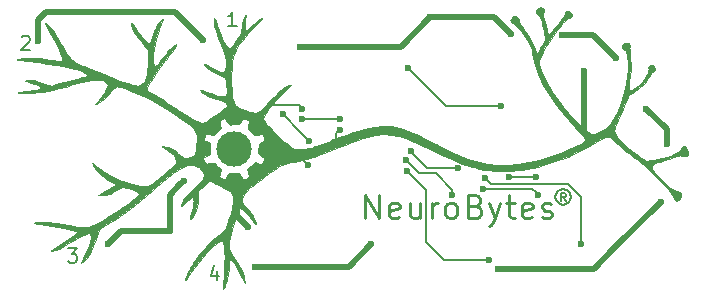
<source format=gbr>
G04 #@! TF.FileFunction,Copper,L1,Top,Signal*
%FSLAX46Y46*%
G04 Gerber Fmt 4.6, Leading zero omitted, Abs format (unit mm)*
G04 Created by KiCad (PCBNEW 4.0.5-e0-6337~49~ubuntu14.04.1) date Mon May  1 15:59:53 2017*
%MOMM*%
%LPD*%
G01*
G04 APERTURE LIST*
%ADD10C,0.100000*%
%ADD11C,0.140000*%
%ADD12C,0.170000*%
%ADD13C,0.285000*%
%ADD14C,0.010000*%
%ADD15C,3.000000*%
%ADD16C,0.600000*%
%ADD17C,0.500000*%
%ADD18C,0.200000*%
G04 APERTURE END LIST*
D10*
D11*
X178138095Y-94409524D02*
X177900000Y-94123810D01*
X177709524Y-94409524D02*
X177709524Y-93742857D01*
X177995238Y-93742857D01*
X178090476Y-93790476D01*
X178138095Y-93885714D01*
X178138095Y-93980952D01*
X178090476Y-94076190D01*
X177995238Y-94123810D01*
X177709524Y-94123810D01*
X177900000Y-93409524D02*
X177661905Y-93457143D01*
X177423809Y-93600000D01*
X177280952Y-93838095D01*
X177233333Y-94076190D01*
X177280952Y-94314286D01*
X177423809Y-94552381D01*
X177661905Y-94695238D01*
X177900000Y-94742857D01*
X178138095Y-94695238D01*
X178376190Y-94552381D01*
X178519047Y-94314286D01*
X178566667Y-94076190D01*
X178519047Y-93838095D01*
X178376190Y-93600000D01*
X178138095Y-93457143D01*
X177900000Y-93409524D01*
D12*
X148628572Y-100342857D02*
X148628572Y-101142857D01*
X148342858Y-99885714D02*
X148057143Y-100742857D01*
X148800001Y-100742857D01*
X136000001Y-98442857D02*
X136742858Y-98442857D01*
X136342858Y-98900000D01*
X136514286Y-98900000D01*
X136628572Y-98957143D01*
X136685715Y-99014286D01*
X136742858Y-99128571D01*
X136742858Y-99414286D01*
X136685715Y-99528571D01*
X136628572Y-99585714D01*
X136514286Y-99642857D01*
X136171429Y-99642857D01*
X136057143Y-99585714D01*
X136000001Y-99528571D01*
X132057143Y-80557143D02*
X132114286Y-80500000D01*
X132228572Y-80442857D01*
X132514286Y-80442857D01*
X132628572Y-80500000D01*
X132685715Y-80557143D01*
X132742858Y-80671429D01*
X132742858Y-80785714D01*
X132685715Y-80957143D01*
X132000001Y-81642857D01*
X132742858Y-81642857D01*
X150242858Y-79642857D02*
X149557143Y-79642857D01*
X149900001Y-79642857D02*
X149900001Y-78442857D01*
X149785715Y-78614286D01*
X149671429Y-78728571D01*
X149557143Y-78785714D01*
D13*
X161142856Y-95904762D02*
X161142856Y-93904762D01*
X162285714Y-95904762D01*
X162285714Y-93904762D01*
X163999999Y-95809524D02*
X163809523Y-95904762D01*
X163428571Y-95904762D01*
X163238094Y-95809524D01*
X163142856Y-95619048D01*
X163142856Y-94857143D01*
X163238094Y-94666667D01*
X163428571Y-94571429D01*
X163809523Y-94571429D01*
X163999999Y-94666667D01*
X164095237Y-94857143D01*
X164095237Y-95047619D01*
X163142856Y-95238095D01*
X165809523Y-94571429D02*
X165809523Y-95904762D01*
X164952380Y-94571429D02*
X164952380Y-95619048D01*
X165047619Y-95809524D01*
X165238095Y-95904762D01*
X165523809Y-95904762D01*
X165714285Y-95809524D01*
X165809523Y-95714286D01*
X166761904Y-95904762D02*
X166761904Y-94571429D01*
X166761904Y-94952381D02*
X166857143Y-94761905D01*
X166952381Y-94666667D01*
X167142857Y-94571429D01*
X167333333Y-94571429D01*
X168285714Y-95904762D02*
X168095238Y-95809524D01*
X167999999Y-95714286D01*
X167904761Y-95523810D01*
X167904761Y-94952381D01*
X167999999Y-94761905D01*
X168095238Y-94666667D01*
X168285714Y-94571429D01*
X168571428Y-94571429D01*
X168761904Y-94666667D01*
X168857142Y-94761905D01*
X168952380Y-94952381D01*
X168952380Y-95523810D01*
X168857142Y-95714286D01*
X168761904Y-95809524D01*
X168571428Y-95904762D01*
X168285714Y-95904762D01*
X170476190Y-94857143D02*
X170761904Y-94952381D01*
X170857143Y-95047619D01*
X170952381Y-95238095D01*
X170952381Y-95523810D01*
X170857143Y-95714286D01*
X170761904Y-95809524D01*
X170571428Y-95904762D01*
X169809523Y-95904762D01*
X169809523Y-93904762D01*
X170476190Y-93904762D01*
X170666666Y-94000000D01*
X170761904Y-94095238D01*
X170857143Y-94285714D01*
X170857143Y-94476190D01*
X170761904Y-94666667D01*
X170666666Y-94761905D01*
X170476190Y-94857143D01*
X169809523Y-94857143D01*
X171619047Y-94571429D02*
X172095238Y-95904762D01*
X172571428Y-94571429D02*
X172095238Y-95904762D01*
X171904762Y-96380952D01*
X171809523Y-96476190D01*
X171619047Y-96571429D01*
X173047619Y-94571429D02*
X173809524Y-94571429D01*
X173333333Y-93904762D02*
X173333333Y-95619048D01*
X173428572Y-95809524D01*
X173619048Y-95904762D01*
X173809524Y-95904762D01*
X175238095Y-95809524D02*
X175047619Y-95904762D01*
X174666667Y-95904762D01*
X174476190Y-95809524D01*
X174380952Y-95619048D01*
X174380952Y-94857143D01*
X174476190Y-94666667D01*
X174666667Y-94571429D01*
X175047619Y-94571429D01*
X175238095Y-94666667D01*
X175333333Y-94857143D01*
X175333333Y-95047619D01*
X174380952Y-95238095D01*
X176095238Y-95809524D02*
X176285715Y-95904762D01*
X176666667Y-95904762D01*
X176857143Y-95809524D01*
X176952381Y-95619048D01*
X176952381Y-95523810D01*
X176857143Y-95333333D01*
X176666667Y-95238095D01*
X176380953Y-95238095D01*
X176190476Y-95142857D01*
X176095238Y-94952381D01*
X176095238Y-94857143D01*
X176190476Y-94666667D01*
X176380953Y-94571429D01*
X176666667Y-94571429D01*
X176857143Y-94666667D01*
D14*
G36*
X176067648Y-78046415D02*
X176216265Y-78112184D01*
X176274556Y-78221252D01*
X176245867Y-78380681D01*
X176236817Y-78403345D01*
X176207110Y-78487982D01*
X176192868Y-78577214D01*
X176196592Y-78686852D01*
X176220780Y-78832712D01*
X176267933Y-79030607D01*
X176340549Y-79296349D01*
X176423759Y-79586000D01*
X176507020Y-79876662D01*
X176571954Y-80084484D01*
X176630838Y-80210440D01*
X176695950Y-80255501D01*
X176779567Y-80220642D01*
X176893966Y-80106834D01*
X177051425Y-79915052D01*
X177259467Y-79652234D01*
X177508344Y-79338538D01*
X177699756Y-79093969D01*
X177840439Y-78908911D01*
X177937130Y-78773746D01*
X177996565Y-78678860D01*
X178025482Y-78614634D01*
X178030618Y-78571453D01*
X178027050Y-78556559D01*
X178029385Y-78461948D01*
X178050251Y-78404900D01*
X178134970Y-78337686D01*
X178268567Y-78316217D01*
X178409201Y-78340493D01*
X178510317Y-78404900D01*
X178606504Y-78562090D01*
X178631295Y-78714598D01*
X178589256Y-78839594D01*
X178484952Y-78914249D01*
X178406202Y-78925600D01*
X178306528Y-78951025D01*
X178182508Y-79031594D01*
X178027623Y-79173750D01*
X177835355Y-79383934D01*
X177599185Y-79668587D01*
X177403791Y-79916200D01*
X177017015Y-80432334D01*
X176675556Y-80925921D01*
X176385183Y-81387313D01*
X176151665Y-81806859D01*
X175980769Y-82174910D01*
X175884211Y-82458208D01*
X175846921Y-82620403D01*
X175837824Y-82746799D01*
X175858928Y-82881243D01*
X175912120Y-83067182D01*
X176097372Y-83565452D01*
X176357213Y-84111537D01*
X176683760Y-84693915D01*
X177069128Y-85301066D01*
X177505434Y-85921469D01*
X177984795Y-86543600D01*
X178499327Y-87155941D01*
X179041146Y-87746968D01*
X179284512Y-87995651D01*
X179565073Y-88270309D01*
X179792314Y-88475994D01*
X179979185Y-88620745D01*
X180138638Y-88712601D01*
X180283621Y-88759603D01*
X180427085Y-88769789D01*
X180518192Y-88761523D01*
X180793212Y-88685587D01*
X181096101Y-88537585D01*
X181403331Y-88333092D01*
X181691375Y-88087683D01*
X181927731Y-87828405D01*
X182196999Y-87430539D01*
X182449790Y-86949073D01*
X182681408Y-86401322D01*
X182887158Y-85804601D01*
X183062345Y-85176224D01*
X183202273Y-84533506D01*
X183302247Y-83893762D01*
X183357572Y-83274307D01*
X183363553Y-82692454D01*
X183356969Y-82557800D01*
X183331831Y-82230470D01*
X183299926Y-81990206D01*
X183256774Y-81822497D01*
X183197895Y-81712834D01*
X183118811Y-81646708D01*
X183069006Y-81624986D01*
X182926945Y-81536354D01*
X182868312Y-81413320D01*
X182891791Y-81277524D01*
X182996063Y-81150605D01*
X183101853Y-81085322D01*
X183249541Y-81030980D01*
X183362083Y-81035520D01*
X183405817Y-81052151D01*
X183469267Y-81089820D01*
X183503956Y-81147222D01*
X183517076Y-81250614D01*
X183515818Y-81426253D01*
X183515109Y-81451179D01*
X183516750Y-81636229D01*
X183528602Y-81889617D01*
X183548727Y-82178809D01*
X183575183Y-82471272D01*
X183576945Y-82488359D01*
X183605773Y-82784547D01*
X183621078Y-83014037D01*
X183622351Y-83210895D01*
X183609076Y-83409186D01*
X183580744Y-83642977D01*
X183557078Y-83809159D01*
X183504264Y-84176509D01*
X183466810Y-84456655D01*
X183444094Y-84662727D01*
X183435493Y-84807856D01*
X183440383Y-84905172D01*
X183458140Y-84967806D01*
X183488142Y-85008889D01*
X183499637Y-85019141D01*
X183572515Y-85060087D01*
X183659121Y-85048608D01*
X183746340Y-85010809D01*
X184000109Y-84859884D01*
X184268527Y-84652434D01*
X184514487Y-84419361D01*
X184657803Y-84251762D01*
X184806141Y-84036443D01*
X184938097Y-83809326D01*
X185043484Y-83592111D01*
X185112115Y-83406497D01*
X185133802Y-83274186D01*
X185129360Y-83247256D01*
X185122190Y-83102931D01*
X185187450Y-83000002D01*
X185301147Y-82947851D01*
X185439288Y-82955861D01*
X185577877Y-83033413D01*
X185606129Y-83060828D01*
X185696462Y-83205904D01*
X185694676Y-83336830D01*
X185604100Y-83436246D01*
X185528028Y-83468280D01*
X185440211Y-83508830D01*
X185355215Y-83586679D01*
X185257986Y-83719506D01*
X185133469Y-83924991D01*
X185121628Y-83945532D01*
X184799054Y-84419913D01*
X184418584Y-84815841D01*
X183968253Y-85145490D01*
X183904073Y-85184041D01*
X183714875Y-85299969D01*
X183553366Y-85407681D01*
X183444483Y-85490183D01*
X183419566Y-85514241D01*
X183365197Y-85606971D01*
X183296373Y-85763956D01*
X183227555Y-85952052D01*
X183224465Y-85961400D01*
X183159783Y-86138542D01*
X183062893Y-86379462D01*
X182945429Y-86656285D01*
X182819028Y-86941135D01*
X182779161Y-87028200D01*
X182582549Y-87460956D01*
X182430619Y-87811720D01*
X182320399Y-88088230D01*
X182248914Y-88298222D01*
X182213192Y-88449436D01*
X182207688Y-88515259D01*
X182248654Y-88668547D01*
X182364000Y-88868195D01*
X182543734Y-89103957D01*
X182777868Y-89365587D01*
X183056411Y-89642837D01*
X183369373Y-89925461D01*
X183706763Y-90203212D01*
X184058593Y-90465843D01*
X184213800Y-90572898D01*
X184483365Y-90750856D01*
X184686252Y-90876276D01*
X184837470Y-90957029D01*
X184952029Y-91000989D01*
X185044938Y-91016029D01*
X185059088Y-91016277D01*
X185281950Y-90999119D01*
X185576195Y-90952194D01*
X185918117Y-90881522D01*
X186284009Y-90793119D01*
X186650166Y-90693005D01*
X186992880Y-90587197D01*
X187288445Y-90481713D01*
X187468968Y-90404505D01*
X187640891Y-90316092D01*
X187744019Y-90239616D01*
X187804341Y-90150416D01*
X187839315Y-90053078D01*
X187922607Y-89874200D01*
X188034481Y-89781061D01*
X188165174Y-89780586D01*
X188201074Y-89796518D01*
X188326851Y-89910937D01*
X188412061Y-90078617D01*
X188450304Y-90267280D01*
X188435181Y-90444644D01*
X188360293Y-90578430D01*
X188356737Y-90581722D01*
X188286409Y-90632434D01*
X188206395Y-90646054D01*
X188080788Y-90625096D01*
X188004838Y-90606340D01*
X187880104Y-90577964D01*
X187776223Y-90569860D01*
X187664222Y-90586216D01*
X187515125Y-90631223D01*
X187303601Y-90707716D01*
X186840328Y-90872715D01*
X186448421Y-90996778D01*
X186109007Y-91085655D01*
X185956786Y-91117975D01*
X185687261Y-91194579D01*
X185510381Y-91303201D01*
X185421155Y-91447765D01*
X185407600Y-91549531D01*
X185416454Y-91626426D01*
X185449880Y-91709440D01*
X185518174Y-91812941D01*
X185631632Y-91951298D01*
X185800548Y-92138878D01*
X185928300Y-92276224D01*
X186296826Y-92663256D01*
X186608893Y-92975793D01*
X186870924Y-93219140D01*
X187089346Y-93398602D01*
X187270585Y-93519483D01*
X187421067Y-93587088D01*
X187540177Y-93606800D01*
X187716819Y-93637224D01*
X187812726Y-93699700D01*
X187887270Y-93850520D01*
X187885630Y-94028004D01*
X187815741Y-94201833D01*
X187685538Y-94341690D01*
X187636788Y-94372017D01*
X187508328Y-94390479D01*
X187383232Y-94323591D01*
X187281380Y-94186253D01*
X187239089Y-94073987D01*
X187210236Y-94004937D01*
X187151685Y-93912663D01*
X187057085Y-93789889D01*
X186920087Y-93629342D01*
X186734342Y-93423745D01*
X186493499Y-93165823D01*
X186191211Y-92848301D01*
X185954394Y-92601971D01*
X185613001Y-92248951D01*
X185329115Y-91958777D01*
X185090577Y-91720346D01*
X184885229Y-91522553D01*
X184700910Y-91354290D01*
X184525462Y-91204454D01*
X184346724Y-91061939D01*
X184152538Y-90915639D01*
X183934400Y-90757078D01*
X183525624Y-90458106D01*
X183160088Y-90180867D01*
X182845894Y-89931980D01*
X182591144Y-89718062D01*
X182403939Y-89545733D01*
X182292381Y-89421611D01*
X182283002Y-89408063D01*
X182193936Y-89305501D01*
X182060251Y-89185877D01*
X181994546Y-89135391D01*
X181757850Y-89010435D01*
X181522903Y-88984411D01*
X181280127Y-89057363D01*
X181140400Y-89139280D01*
X180244353Y-89699714D01*
X179280523Y-90216901D01*
X178273724Y-90679839D01*
X177248769Y-91077524D01*
X176230471Y-91398955D01*
X175780499Y-91515915D01*
X175281995Y-91629970D01*
X174834822Y-91716412D01*
X174406901Y-91779365D01*
X173966152Y-91822950D01*
X173480493Y-91851291D01*
X173063200Y-91865131D01*
X172516886Y-91871972D01*
X172043135Y-91860428D01*
X171614059Y-91827384D01*
X171201774Y-91769725D01*
X170778396Y-91684335D01*
X170316039Y-91568100D01*
X170254431Y-91551333D01*
X169955147Y-91465250D01*
X169658121Y-91370583D01*
X169351451Y-91262436D01*
X169023234Y-91135916D01*
X168661567Y-90986129D01*
X168254545Y-90808179D01*
X167790266Y-90597173D01*
X167256827Y-90348217D01*
X166789400Y-90126598D01*
X166204030Y-89849079D01*
X165699162Y-89613683D01*
X165264554Y-89416830D01*
X164889966Y-89254941D01*
X164565159Y-89124437D01*
X164279893Y-89021738D01*
X164023928Y-88943264D01*
X163787023Y-88885436D01*
X163558938Y-88844674D01*
X163329435Y-88817399D01*
X163088272Y-88800032D01*
X162979400Y-88794760D01*
X162713996Y-88788748D01*
X162456794Y-88796057D01*
X162197545Y-88819419D01*
X161925999Y-88861566D01*
X161631908Y-88925229D01*
X161305022Y-89013139D01*
X160935093Y-89128029D01*
X160511871Y-89272628D01*
X160025108Y-89449669D01*
X159464554Y-89661884D01*
X158890000Y-89884619D01*
X158484013Y-90041875D01*
X158074024Y-90198211D01*
X157678896Y-90346615D01*
X157317494Y-90480069D01*
X157008681Y-90591561D01*
X156771320Y-90674074D01*
X156731000Y-90687498D01*
X156474362Y-90770174D01*
X156244400Y-90839160D01*
X156018886Y-90899829D01*
X155775589Y-90957550D01*
X155492281Y-91017695D01*
X155146731Y-91085635D01*
X154853016Y-91141250D01*
X154584560Y-91203719D01*
X154320367Y-91292856D01*
X154046872Y-91416053D01*
X153750512Y-91580704D01*
X153417721Y-91794200D01*
X153034936Y-92063934D01*
X152691355Y-92319314D01*
X152407670Y-92532968D01*
X152136596Y-92735694D01*
X151893516Y-92916096D01*
X151693814Y-93062781D01*
X151552874Y-93164351D01*
X151513618Y-93191692D01*
X151314803Y-93352953D01*
X151121983Y-93554723D01*
X150948281Y-93777480D01*
X150806815Y-94001701D01*
X150710706Y-94207864D01*
X150673074Y-94376448D01*
X150678555Y-94434220D01*
X150724670Y-94521426D01*
X150825635Y-94661722D01*
X150965978Y-94834873D01*
X151110604Y-94999271D01*
X151290335Y-95207111D01*
X151460250Y-95423050D01*
X151597874Y-95617513D01*
X151664861Y-95728590D01*
X151754500Y-95913233D01*
X151829002Y-96094316D01*
X151881056Y-96249945D01*
X151903349Y-96358227D01*
X151888567Y-96397268D01*
X151888205Y-96397235D01*
X151844229Y-96359014D01*
X151749994Y-96257720D01*
X151619530Y-96108953D01*
X151473200Y-95935916D01*
X151264971Y-95694030D01*
X151058571Y-95469074D01*
X150865459Y-95272050D01*
X150697098Y-95113958D01*
X150564948Y-95005800D01*
X150480470Y-94958578D01*
X150458779Y-94962207D01*
X150432031Y-95024049D01*
X150383901Y-95164322D01*
X150320669Y-95363697D01*
X150248617Y-95602844D01*
X150230655Y-95664200D01*
X150140457Y-95963742D01*
X150040226Y-96280039D01*
X149942676Y-96573800D01*
X149866323Y-96790124D01*
X149739202Y-97161868D01*
X149656115Y-97481087D01*
X149610019Y-97783084D01*
X149593874Y-98103163D01*
X149593600Y-98157483D01*
X149593600Y-98528699D01*
X150055096Y-99221123D01*
X150322887Y-99633688D01*
X150531465Y-99981508D01*
X150686975Y-100277626D01*
X150795561Y-100535085D01*
X150863366Y-100766930D01*
X150896534Y-100986203D01*
X150898421Y-101011431D01*
X150921457Y-101353800D01*
X150595494Y-100744200D01*
X150363204Y-100315760D01*
X150170227Y-99973601D01*
X150012838Y-99711966D01*
X149887313Y-99525102D01*
X149789929Y-99407252D01*
X149716960Y-99352662D01*
X149691500Y-99347200D01*
X149669410Y-99393683D01*
X149645112Y-99516355D01*
X149623423Y-99690048D01*
X149621006Y-99715500D01*
X149568497Y-100171653D01*
X149496452Y-100627471D01*
X149410798Y-101050362D01*
X149317462Y-101407733D01*
X149307287Y-101440671D01*
X149230136Y-101664679D01*
X149166317Y-101809425D01*
X149119711Y-101870897D01*
X149094197Y-101845082D01*
X149093654Y-101727967D01*
X149101433Y-101653571D01*
X149132509Y-101352136D01*
X149161236Y-100978193D01*
X149186431Y-100558660D01*
X149206912Y-100120459D01*
X149221498Y-99690509D01*
X149229007Y-99295731D01*
X149228257Y-98963045D01*
X149224915Y-98840919D01*
X149205343Y-98470544D01*
X149175800Y-98193366D01*
X149131502Y-98001111D01*
X149067664Y-97885511D01*
X148979502Y-97838291D01*
X148862233Y-97851182D01*
X148711073Y-97915912D01*
X148694828Y-97924430D01*
X148505440Y-98052140D01*
X148269183Y-98255960D01*
X147994314Y-98526657D01*
X147689090Y-98854996D01*
X147361769Y-99231745D01*
X147020609Y-99647669D01*
X146673867Y-100093535D01*
X146329801Y-100560110D01*
X146298086Y-100604431D01*
X146153376Y-100804587D01*
X146027662Y-100973618D01*
X145933712Y-101094691D01*
X145884297Y-101150974D01*
X145882495Y-101152271D01*
X145863488Y-101136814D01*
X145887454Y-101046936D01*
X145947481Y-100896727D01*
X146036659Y-100700277D01*
X146148076Y-100471674D01*
X146274819Y-100225010D01*
X146409980Y-99974374D01*
X146546644Y-99733855D01*
X146677903Y-99517543D01*
X146705628Y-99474200D01*
X146991824Y-99057386D01*
X147293258Y-98673418D01*
X147626394Y-98304737D01*
X148007698Y-97933782D01*
X148453634Y-97542993D01*
X148730249Y-97314997D01*
X148963544Y-97120974D01*
X149130035Y-96968086D01*
X149246001Y-96838992D01*
X149327722Y-96716348D01*
X149368983Y-96634515D01*
X149449061Y-96433399D01*
X149542162Y-96158391D01*
X149640947Y-95835139D01*
X149738076Y-95489289D01*
X149826210Y-95146488D01*
X149898012Y-94832383D01*
X149927754Y-94681845D01*
X149970831Y-94345144D01*
X149958808Y-94068007D01*
X149883380Y-93837148D01*
X149736240Y-93639278D01*
X149509083Y-93461110D01*
X149193606Y-93289358D01*
X149003518Y-93203193D01*
X148768377Y-93098431D01*
X148542973Y-92992932D01*
X148359452Y-92901974D01*
X148281478Y-92859973D01*
X148080296Y-92771768D01*
X147937402Y-92765365D01*
X147852803Y-92812144D01*
X147718128Y-92913734D01*
X147553755Y-93051742D01*
X147380064Y-93207776D01*
X147217433Y-93363444D01*
X147086242Y-93500354D01*
X147006870Y-93600113D01*
X147000682Y-93610756D01*
X146981773Y-93707753D01*
X146981418Y-93872352D01*
X146995268Y-94035131D01*
X147009409Y-94503404D01*
X146932527Y-94935923D01*
X146828279Y-95214108D01*
X146747642Y-95368594D01*
X146644981Y-95535826D01*
X146535031Y-95695534D01*
X146432525Y-95827447D01*
X146352197Y-95911296D01*
X146309587Y-95927721D01*
X146313337Y-95872803D01*
X146341335Y-95743622D01*
X146388294Y-95563123D01*
X146416720Y-95462569D01*
X146526290Y-95045441D01*
X146593241Y-94699839D01*
X146617399Y-94430109D01*
X146598592Y-94240596D01*
X146536650Y-94135646D01*
X146470100Y-94114800D01*
X146403228Y-94148240D01*
X146282934Y-94238727D01*
X146127681Y-94371507D01*
X145993298Y-94495800D01*
X145827868Y-94650632D01*
X145688376Y-94775187D01*
X145591478Y-94854963D01*
X145555705Y-94876800D01*
X145529185Y-94836989D01*
X145546085Y-94733470D01*
X145598321Y-94590116D01*
X145677811Y-94430799D01*
X145741414Y-94328301D01*
X145833348Y-94210731D01*
X145981918Y-94040796D01*
X146170557Y-93836590D01*
X146382700Y-93616205D01*
X146518340Y-93479800D01*
X146825868Y-93171731D01*
X147065281Y-92922410D01*
X147242700Y-92721222D01*
X147364247Y-92557551D01*
X147436045Y-92420781D01*
X147464215Y-92300297D01*
X147454880Y-92185482D01*
X147414161Y-92065722D01*
X147378135Y-91988925D01*
X147232750Y-91767442D01*
X147028757Y-91592002D01*
X146996038Y-91570460D01*
X146799089Y-91465476D01*
X146594748Y-91403128D01*
X146376948Y-91386396D01*
X146139620Y-91418263D01*
X145876698Y-91501710D01*
X145582114Y-91639717D01*
X145249800Y-91835267D01*
X144873688Y-92091341D01*
X144447712Y-92410921D01*
X143965803Y-92796987D01*
X143421894Y-93252522D01*
X143218317Y-93426721D01*
X142660813Y-93903792D01*
X142168659Y-94319669D01*
X141732180Y-94681670D01*
X141341699Y-94997112D01*
X140987542Y-95273313D01*
X140660034Y-95517589D01*
X140349498Y-95737259D01*
X140046260Y-95939640D01*
X139740643Y-96132049D01*
X139422974Y-96321804D01*
X139283892Y-96402320D01*
X139039539Y-96545697D01*
X138855675Y-96667674D01*
X138717412Y-96787663D01*
X138609861Y-96925078D01*
X138518135Y-97099330D01*
X138427345Y-97329832D01*
X138322603Y-97635995D01*
X138311028Y-97670800D01*
X138115854Y-98209535D01*
X137915809Y-98667870D01*
X137713708Y-99040658D01*
X137512366Y-99322754D01*
X137314600Y-99509013D01*
X137299413Y-99519357D01*
X137176177Y-99597524D01*
X137091178Y-99645177D01*
X137072504Y-99652000D01*
X137084065Y-99609572D01*
X137134346Y-99493391D01*
X137215712Y-99320111D01*
X137320524Y-99106388D01*
X137346220Y-99055100D01*
X137559424Y-98609963D01*
X137716179Y-98232360D01*
X137821476Y-97908906D01*
X137880303Y-97626214D01*
X137881160Y-97620000D01*
X137885195Y-97402893D01*
X137835522Y-97245239D01*
X137738627Y-97160354D01*
X137652470Y-97150607D01*
X137521519Y-97188302D01*
X137316769Y-97278593D01*
X137048016Y-97416325D01*
X136725052Y-97596347D01*
X136357673Y-97813505D01*
X136146749Y-97942856D01*
X135899060Y-98094437D01*
X135657545Y-98238489D01*
X135447206Y-98360341D01*
X135293044Y-98445321D01*
X135272399Y-98455970D01*
X135118566Y-98521766D01*
X134945141Y-98578014D01*
X134777966Y-98618875D01*
X134642883Y-98638511D01*
X134565733Y-98631081D01*
X134556800Y-98617652D01*
X134597383Y-98581558D01*
X134710855Y-98498856D01*
X134884794Y-98378123D01*
X135106781Y-98227934D01*
X135364395Y-98056864D01*
X135458500Y-97995070D01*
X135849812Y-97737106D01*
X136161009Y-97527811D01*
X136398463Y-97362534D01*
X136568545Y-97236627D01*
X136677626Y-97145441D01*
X136732077Y-97084326D01*
X136741200Y-97059082D01*
X136691739Y-97011172D01*
X136547498Y-96953506D01*
X136314692Y-96887418D01*
X135999533Y-96814241D01*
X135608236Y-96735309D01*
X135147013Y-96651955D01*
X134622079Y-96565512D01*
X134039646Y-96477314D01*
X134009964Y-96473003D01*
X133633835Y-96415573D01*
X133357990Y-96366457D01*
X133181517Y-96324916D01*
X133103504Y-96290216D01*
X133123039Y-96261619D01*
X133239209Y-96238390D01*
X133451102Y-96219790D01*
X133681815Y-96208041D01*
X133935309Y-96202067D01*
X134184772Y-96206923D01*
X134446720Y-96224516D01*
X134737671Y-96256753D01*
X135074142Y-96305542D01*
X135472652Y-96372788D01*
X135949718Y-96460399D01*
X136077321Y-96484589D01*
X136403009Y-96543277D01*
X136722432Y-96594848D01*
X137011167Y-96635793D01*
X137244792Y-96662598D01*
X137377823Y-96671559D01*
X137533963Y-96672788D01*
X137660714Y-96663084D01*
X137782846Y-96635113D01*
X137925128Y-96581537D01*
X138112331Y-96495019D01*
X138321101Y-96392175D01*
X138683588Y-96202670D01*
X139072440Y-95983064D01*
X139476460Y-95741097D01*
X139884452Y-95484510D01*
X140285216Y-95221041D01*
X140667557Y-94958430D01*
X141020277Y-94704417D01*
X141332177Y-94466742D01*
X141592062Y-94253144D01*
X141788734Y-94071363D01*
X141910994Y-93929138D01*
X141930379Y-93897437D01*
X141957095Y-93813372D01*
X141919762Y-93738742D01*
X141853343Y-93675914D01*
X141743451Y-93609471D01*
X141563064Y-93528848D01*
X141340431Y-93443781D01*
X141103802Y-93364007D01*
X140881427Y-93299264D01*
X140701556Y-93259289D01*
X140621147Y-93251200D01*
X140520466Y-93276695D01*
X140361469Y-93344985D01*
X140171210Y-93443778D01*
X140075654Y-93499066D01*
X139871721Y-93619615D01*
X139679932Y-93730028D01*
X139531178Y-93812628D01*
X139489299Y-93834604D01*
X139374272Y-93874389D01*
X139208851Y-93909578D01*
X139018595Y-93937617D01*
X138829065Y-93955950D01*
X138665817Y-93962021D01*
X138554412Y-93953277D01*
X138519552Y-93931558D01*
X138562314Y-93893662D01*
X138680251Y-93818210D01*
X138858212Y-93714166D01*
X139081047Y-93590492D01*
X139240178Y-93505200D01*
X139485195Y-93373066D01*
X139696448Y-93254338D01*
X139858361Y-93158152D01*
X139955360Y-93093649D01*
X139976125Y-93073400D01*
X139941134Y-93029389D01*
X139834272Y-92947284D01*
X139672176Y-92838879D01*
X139474587Y-92717800D01*
X139023184Y-92425833D01*
X138661700Y-92132612D01*
X138378850Y-91827961D01*
X138202843Y-91571277D01*
X138113997Y-91413354D01*
X138054147Y-91292143D01*
X138034649Y-91230935D01*
X138035764Y-91228502D01*
X138081442Y-91248500D01*
X138180267Y-91322198D01*
X138311215Y-91433860D01*
X138316611Y-91438702D01*
X138922172Y-91920148D01*
X139588593Y-92328830D01*
X140321624Y-92667705D01*
X141127011Y-92939732D01*
X141352151Y-93000694D01*
X141741679Y-93089233D01*
X142075366Y-93137062D01*
X142350043Y-93149600D01*
X142563802Y-93143450D01*
X142743210Y-93118724D01*
X142907483Y-93066005D01*
X143075842Y-92975877D01*
X143267505Y-92838924D01*
X143501690Y-92645730D01*
X143661093Y-92507252D01*
X143909156Y-92291772D01*
X144192824Y-92048757D01*
X144469265Y-91814771D01*
X144614294Y-91693548D01*
X144822754Y-91512069D01*
X144991409Y-91348756D01*
X145105199Y-91218960D01*
X145145919Y-91151614D01*
X145154201Y-90979662D01*
X145073767Y-90782034D01*
X145064078Y-90769180D01*
X147417814Y-90769180D01*
X147523796Y-91024202D01*
X147588712Y-91170310D01*
X147641397Y-91241895D01*
X147705853Y-91259356D01*
X147786189Y-91247213D01*
X148025196Y-91200453D01*
X148191839Y-91180641D01*
X148313216Y-91193974D01*
X148416422Y-91246648D01*
X148528552Y-91344861D01*
X148621126Y-91438167D01*
X148893252Y-91715983D01*
X148815776Y-92055637D01*
X148738301Y-92395291D01*
X148950050Y-92489457D01*
X149089932Y-92547280D01*
X149194169Y-92582589D01*
X149217706Y-92587211D01*
X149272492Y-92549241D01*
X149357030Y-92447192D01*
X149431508Y-92336800D01*
X149589403Y-92082800D01*
X150036001Y-92083808D01*
X150482600Y-92084816D01*
X150632799Y-92337808D01*
X150719470Y-92474147D01*
X150788824Y-92565997D01*
X150819087Y-92590800D01*
X150883059Y-92572270D01*
X151006447Y-92524973D01*
X151091506Y-92489497D01*
X151236595Y-92417112D01*
X151299419Y-92354361D01*
X151300805Y-92298997D01*
X151273432Y-92195775D01*
X151236824Y-92042587D01*
X151222932Y-91981200D01*
X151172088Y-91752600D01*
X151470122Y-91453229D01*
X151768156Y-91153859D01*
X151998773Y-91211929D01*
X152203055Y-91257412D01*
X152335169Y-91264088D01*
X152419429Y-91224993D01*
X152480145Y-91133164D01*
X152509084Y-91065771D01*
X152559632Y-90928602D01*
X152588330Y-90829716D01*
X152590800Y-90811302D01*
X152550793Y-90759704D01*
X152447178Y-90677712D01*
X152336800Y-90604773D01*
X152216133Y-90527247D01*
X152138137Y-90457168D01*
X152096213Y-90372104D01*
X152083766Y-90249619D01*
X152094196Y-90067282D01*
X152115670Y-89852815D01*
X152137624Y-89677793D01*
X152170342Y-89570310D01*
X152233103Y-89496661D01*
X152345184Y-89423142D01*
X152369670Y-89408736D01*
X152496873Y-89322248D01*
X152576816Y-89244922D01*
X152590800Y-89213976D01*
X152573258Y-89137894D01*
X152530867Y-89011213D01*
X152478980Y-88875185D01*
X152432946Y-88771064D01*
X152415004Y-88741576D01*
X152363111Y-88745149D01*
X152239641Y-88767918D01*
X152077443Y-88803563D01*
X151752600Y-88879373D01*
X151468021Y-88597820D01*
X151183443Y-88316266D01*
X151251327Y-88027833D01*
X151288381Y-87861775D01*
X151313369Y-87733337D01*
X151320006Y-87682801D01*
X151277746Y-87637247D01*
X151172910Y-87576764D01*
X151039800Y-87517044D01*
X150912717Y-87473779D01*
X150836501Y-87461605D01*
X150784460Y-87502531D01*
X150704442Y-87605642D01*
X150649654Y-87690205D01*
X150556664Y-87827682D01*
X150475565Y-87895660D01*
X150375794Y-87916944D01*
X150344854Y-87917641D01*
X150192433Y-87924205D01*
X150000212Y-87940287D01*
X149915936Y-87949544D01*
X149654073Y-87981006D01*
X149467240Y-87699616D01*
X149280408Y-87418226D01*
X149056063Y-87494668D01*
X148916436Y-87549405D01*
X148822053Y-87599677D01*
X148803596Y-87616613D01*
X148797959Y-87687153D01*
X148811604Y-87824778D01*
X148836269Y-87971135D01*
X148897065Y-88280154D01*
X148623032Y-88559783D01*
X148496744Y-88687568D01*
X148400771Y-88768399D01*
X148308545Y-88808600D01*
X148193497Y-88814497D01*
X148029058Y-88792415D01*
X147811789Y-88752913D01*
X147699629Y-88738118D01*
X147633798Y-88761506D01*
X147583901Y-88844673D01*
X147545089Y-88942394D01*
X147494636Y-89080600D01*
X147464131Y-89175929D01*
X147460000Y-89196302D01*
X147499295Y-89238086D01*
X147601233Y-89314783D01*
X147714000Y-89390400D01*
X147968000Y-89553391D01*
X147968000Y-90435733D01*
X147692907Y-90602456D01*
X147417814Y-90769180D01*
X145064078Y-90769180D01*
X144911664Y-90566996D01*
X144674941Y-90342814D01*
X144370643Y-90117752D01*
X144145300Y-89978006D01*
X144012432Y-89896502D01*
X143924790Y-89834339D01*
X143904000Y-89811604D01*
X143948409Y-89798305D01*
X144064540Y-89809003D01*
X144226746Y-89838679D01*
X144409380Y-89882313D01*
X144586796Y-89934884D01*
X144653060Y-89958224D01*
X144864346Y-90064353D01*
X145093300Y-90223117D01*
X145213856Y-90325175D01*
X145418886Y-90508754D01*
X145573589Y-90632478D01*
X145699843Y-90707967D01*
X145819529Y-90746842D01*
X145954527Y-90760722D01*
X146036203Y-90761921D01*
X146305981Y-90732818D01*
X146529775Y-90651726D01*
X146686847Y-90527732D01*
X146731732Y-90457200D01*
X146761889Y-90348305D01*
X146792849Y-90162607D01*
X146822460Y-89924858D01*
X146848566Y-89659810D01*
X146869015Y-89392218D01*
X146881654Y-89146835D01*
X146884327Y-88948412D01*
X146874883Y-88821704D01*
X146874283Y-88818761D01*
X146828826Y-88657635D01*
X146757693Y-88505971D01*
X146651272Y-88353800D01*
X146499954Y-88191154D01*
X146294129Y-88008067D01*
X146024185Y-87794572D01*
X145680513Y-87540699D01*
X145555000Y-87450452D01*
X144587673Y-86799363D01*
X143574318Y-86199891D01*
X142710200Y-85745336D01*
X142293542Y-85543021D01*
X141879316Y-85353081D01*
X141479476Y-85180112D01*
X141105975Y-85028709D01*
X140770769Y-84903469D01*
X140485812Y-84808987D01*
X140263057Y-84749859D01*
X140114460Y-84730682D01*
X140081037Y-84734539D01*
X140007227Y-84780604D01*
X139880036Y-84888550D01*
X139714121Y-85044801D01*
X139524136Y-85235781D01*
X139407131Y-85358780D01*
X139068528Y-85705999D01*
X138783286Y-85966815D01*
X138551418Y-86141220D01*
X138372933Y-86229204D01*
X138301472Y-86240800D01*
X138278152Y-86219340D01*
X138313286Y-86150309D01*
X138411847Y-86026728D01*
X138578807Y-85841621D01*
X138609019Y-85809227D01*
X138869097Y-85509053D01*
X139079272Y-85221025D01*
X139231152Y-84958916D01*
X139316345Y-84736495D01*
X139332000Y-84622768D01*
X139285677Y-84447807D01*
X139146846Y-84314580D01*
X138915714Y-84223270D01*
X138865725Y-84211599D01*
X138643560Y-84173807D01*
X138416326Y-84157914D01*
X138170267Y-84165887D01*
X137891622Y-84199693D01*
X137566633Y-84261298D01*
X137181541Y-84352668D01*
X136722588Y-84475771D01*
X136423260Y-84560720D01*
X135772225Y-84744167D01*
X135201652Y-84895271D01*
X134696613Y-85016658D01*
X134242177Y-85110956D01*
X133823416Y-85180792D01*
X133425401Y-85228795D01*
X133033203Y-85257592D01*
X132631892Y-85269809D01*
X132391280Y-85270349D01*
X132092470Y-85266538D01*
X131887088Y-85259080D01*
X131776259Y-85247192D01*
X131761109Y-85230095D01*
X131842763Y-85207005D01*
X132022348Y-85177143D01*
X132300988Y-85139727D01*
X132638375Y-85098831D01*
X132907615Y-85064659D01*
X133152640Y-85028942D01*
X133349528Y-84995486D01*
X133474361Y-84968097D01*
X133489275Y-84963440D01*
X133611829Y-84895581D01*
X133638367Y-84813795D01*
X133573078Y-84720933D01*
X133420151Y-84619847D01*
X133183775Y-84513388D01*
X132868140Y-84404409D01*
X132526976Y-84308385D01*
X132395209Y-84270083D01*
X132349793Y-84240203D01*
X132377390Y-84207553D01*
X132394660Y-84197351D01*
X132539649Y-84163147D01*
X132764142Y-84172874D01*
X133056978Y-84224608D01*
X133406998Y-84316424D01*
X133769506Y-84434492D01*
X134019206Y-84519841D01*
X134242059Y-84591006D01*
X134416840Y-84641562D01*
X134522325Y-84665087D01*
X134534559Y-84666000D01*
X134613244Y-84652066D01*
X134773778Y-84613023D01*
X135000712Y-84553012D01*
X135278594Y-84476172D01*
X135591975Y-84386641D01*
X135755687Y-84338840D01*
X136098069Y-84239883D01*
X136428665Y-84147498D01*
X136727923Y-84066909D01*
X136976290Y-84003339D01*
X137154216Y-83962013D01*
X137198400Y-83953384D01*
X137439961Y-83901250D01*
X137582305Y-83844122D01*
X137625924Y-83776607D01*
X137571311Y-83693317D01*
X137418957Y-83588859D01*
X137240399Y-83493157D01*
X136968713Y-83380100D01*
X136599113Y-83265040D01*
X136135251Y-83148681D01*
X135580775Y-83031731D01*
X134939336Y-82914896D01*
X134214586Y-82798881D01*
X133410173Y-82684393D01*
X132529749Y-82572139D01*
X132397800Y-82556304D01*
X132063725Y-82514661D01*
X131828362Y-82479868D01*
X131689217Y-82449827D01*
X131643794Y-82422442D01*
X131689600Y-82395613D01*
X131824142Y-82367242D01*
X132044924Y-82335233D01*
X132123049Y-82325182D01*
X132510260Y-82297793D01*
X132972086Y-82301606D01*
X133486762Y-82335673D01*
X134032524Y-82399045D01*
X134125000Y-82412393D01*
X134387226Y-82451349D01*
X134654770Y-82491151D01*
X134883927Y-82525294D01*
X134958408Y-82536411D01*
X135193954Y-82565323D01*
X135346320Y-82562374D01*
X135431083Y-82519573D01*
X135463820Y-82428930D01*
X135460107Y-82282455D01*
X135459797Y-82279206D01*
X135419631Y-82105129D01*
X135328405Y-81857699D01*
X135191491Y-81548055D01*
X135014258Y-81187332D01*
X134802078Y-80786666D01*
X134560323Y-80357193D01*
X134407500Y-80097332D01*
X134269682Y-79862819D01*
X134154823Y-79660034D01*
X134071260Y-79504296D01*
X134027327Y-79410926D01*
X134023381Y-79391285D01*
X134083060Y-79397295D01*
X134190165Y-79463307D01*
X134325293Y-79572791D01*
X134469042Y-79709220D01*
X134602013Y-79856066D01*
X134666030Y-79938768D01*
X134759423Y-80077721D01*
X134889874Y-80283680D01*
X135044250Y-80535314D01*
X135209418Y-80811291D01*
X135330129Y-81017372D01*
X135604126Y-81479097D01*
X135844543Y-81857856D01*
X136059939Y-82163132D01*
X136258873Y-82404408D01*
X136449904Y-82591169D01*
X136641591Y-82732896D01*
X136842493Y-82839074D01*
X137040903Y-82912910D01*
X137172664Y-82959573D01*
X137379208Y-83039133D01*
X137642061Y-83144175D01*
X137942746Y-83267285D01*
X138262790Y-83401044D01*
X138366800Y-83445109D01*
X139002243Y-83710500D01*
X139594722Y-83948469D01*
X140137343Y-84156613D01*
X140623216Y-84332526D01*
X141045448Y-84473805D01*
X141397148Y-84578045D01*
X141671425Y-84642843D01*
X141861385Y-84665793D01*
X141865850Y-84665810D01*
X142105557Y-84618257D01*
X142308414Y-84478914D01*
X142470928Y-84251959D01*
X142589605Y-83941570D01*
X142632889Y-83748280D01*
X142658256Y-83573580D01*
X142686449Y-83325401D01*
X142715082Y-83031730D01*
X142741772Y-82720553D01*
X142764134Y-82419859D01*
X142779783Y-82157633D01*
X142786336Y-81961864D01*
X142786400Y-81946411D01*
X142780775Y-81857097D01*
X142758812Y-81767287D01*
X142712880Y-81665161D01*
X142635347Y-81538900D01*
X142518582Y-81376684D01*
X142354952Y-81166692D01*
X142136827Y-80897106D01*
X142005437Y-80736873D01*
X141719390Y-80357673D01*
X141501897Y-80001837D01*
X141360050Y-79681713D01*
X141321213Y-79545692D01*
X141298445Y-79396633D01*
X141316064Y-79339433D01*
X141371827Y-79375467D01*
X141441981Y-79471700D01*
X141622284Y-79738092D01*
X141822177Y-80009026D01*
X142031325Y-80272991D01*
X142239394Y-80518475D01*
X142436049Y-80733969D01*
X142610955Y-80907960D01*
X142753777Y-81028938D01*
X142854181Y-81085391D01*
X142889323Y-81083782D01*
X142919626Y-81028082D01*
X142969881Y-80897970D01*
X143031503Y-80716545D01*
X143063351Y-80615569D01*
X143155474Y-80345702D01*
X143271097Y-80047709D01*
X143386892Y-79781337D01*
X143399196Y-79755368D01*
X143504676Y-79556518D01*
X143623294Y-79366158D01*
X143742855Y-79199760D01*
X143851162Y-79072795D01*
X143936019Y-79000734D01*
X143985231Y-78999049D01*
X143989189Y-79006913D01*
X143980448Y-79074002D01*
X143942028Y-79215506D01*
X143880090Y-79410768D01*
X143800794Y-79639136D01*
X143799791Y-79641913D01*
X143597141Y-80219231D01*
X143435936Y-80717854D01*
X143313312Y-81150518D01*
X143226403Y-81529955D01*
X143172345Y-81868901D01*
X143148272Y-82180089D01*
X143151320Y-82476254D01*
X143153561Y-82514343D01*
X143177701Y-82747200D01*
X143218814Y-82901627D01*
X143282228Y-82976207D01*
X143373273Y-82969525D01*
X143497277Y-82880165D01*
X143659569Y-82706710D01*
X143865479Y-82447745D01*
X143979800Y-82294785D01*
X144151107Y-82067370D01*
X144315539Y-81857884D01*
X144457301Y-81685858D01*
X144560598Y-81570820D01*
X144582400Y-81549730D01*
X144708086Y-81445489D01*
X144855619Y-81336269D01*
X144997962Y-81240513D01*
X145108073Y-81176664D01*
X145152608Y-81160800D01*
X145160335Y-81182670D01*
X145128034Y-81251869D01*
X145052006Y-81373774D01*
X144928551Y-81553766D01*
X144753970Y-81797223D01*
X144524564Y-82109525D01*
X144236634Y-82496052D01*
X144208908Y-82533082D01*
X143795171Y-83092134D01*
X143447100Y-83577106D01*
X143163295Y-83990240D01*
X142942360Y-84333781D01*
X142782898Y-84609971D01*
X142683512Y-84821054D01*
X142642804Y-84969274D01*
X142648872Y-85037883D01*
X142705396Y-85095017D01*
X142829512Y-85179411D01*
X142996935Y-85274951D01*
X143039477Y-85297044D01*
X143208573Y-85385722D01*
X143384794Y-85483895D01*
X143578792Y-85598281D01*
X143801220Y-85735597D01*
X144062730Y-85902560D01*
X144373975Y-86105890D01*
X144745607Y-86352302D01*
X145188280Y-86648515D01*
X145276228Y-86707574D01*
X145726450Y-87006628D01*
X146104391Y-87249603D01*
X146418992Y-87441456D01*
X146679193Y-87587144D01*
X146893937Y-87691625D01*
X147072164Y-87759855D01*
X147222816Y-87796793D01*
X147247441Y-87800467D01*
X147371257Y-87804385D01*
X147502370Y-87777768D01*
X147655531Y-87713388D01*
X147845489Y-87604020D01*
X148086993Y-87442438D01*
X148324140Y-87272962D01*
X148546579Y-87111373D01*
X148782855Y-86939941D01*
X148991680Y-86788618D01*
X149046701Y-86748800D01*
X149267647Y-86569753D01*
X149395190Y-86417041D01*
X149432171Y-86284437D01*
X149381430Y-86165718D01*
X149334349Y-86118246D01*
X149240630Y-86063214D01*
X149070609Y-85987342D01*
X148845260Y-85899111D01*
X148585559Y-85807002D01*
X148470758Y-85769030D01*
X148019290Y-85611434D01*
X147666813Y-85462475D01*
X147411187Y-85321058D01*
X147250269Y-85186088D01*
X147205496Y-85122258D01*
X147166869Y-85033747D01*
X147163784Y-84998141D01*
X147214786Y-85009715D01*
X147339857Y-85052473D01*
X147518974Y-85119265D01*
X147688600Y-85185546D01*
X148043585Y-85317779D01*
X148387267Y-85429144D01*
X148698602Y-85513816D01*
X148956549Y-85565974D01*
X149115497Y-85580400D01*
X149246728Y-85569710D01*
X149335487Y-85527385D01*
X149388483Y-85438036D01*
X149412427Y-85286278D01*
X149414029Y-85056725D01*
X149408568Y-84908405D01*
X149392383Y-84579960D01*
X149370315Y-84335209D01*
X149331995Y-84156343D01*
X149267053Y-84025554D01*
X149165119Y-83925035D01*
X149015823Y-83836977D01*
X148808796Y-83743573D01*
X148704600Y-83699505D01*
X148311676Y-83518937D01*
X147986928Y-83338537D01*
X147740545Y-83164692D01*
X147582718Y-83003788D01*
X147573467Y-82990549D01*
X147503548Y-82864609D01*
X147507352Y-82806508D01*
X147582438Y-82816844D01*
X147726362Y-82896217D01*
X147788742Y-82937797D01*
X147952347Y-83039849D01*
X148164522Y-83158194D01*
X148380872Y-83268132D01*
X148392272Y-83273569D01*
X148705360Y-83409359D01*
X148945798Y-83480837D01*
X149121426Y-83485692D01*
X149240084Y-83421615D01*
X149309610Y-83286295D01*
X149337843Y-83077422D01*
X149339437Y-82994426D01*
X149316874Y-82568792D01*
X149246110Y-82139192D01*
X149121911Y-81683773D01*
X148939041Y-81180684D01*
X148857543Y-80983000D01*
X148697217Y-80597626D01*
X148574861Y-80285098D01*
X148484744Y-80026538D01*
X148421139Y-79803071D01*
X148378316Y-79595819D01*
X148350547Y-79385904D01*
X148341086Y-79281200D01*
X148329939Y-79085792D01*
X148336069Y-78979861D01*
X148361239Y-78965117D01*
X148407213Y-79043268D01*
X148475753Y-79216026D01*
X148568623Y-79485098D01*
X148576813Y-79509800D01*
X148728827Y-79940900D01*
X148887823Y-80340443D01*
X149048375Y-80698190D01*
X149205053Y-81003902D01*
X149352429Y-81247341D01*
X149485077Y-81418268D01*
X149597567Y-81506444D01*
X149640624Y-81516400D01*
X149707886Y-81495299D01*
X149793043Y-81426015D01*
X149903612Y-81299572D01*
X150047109Y-81106995D01*
X150231051Y-80839310D01*
X150321334Y-80703600D01*
X150454487Y-80496723D01*
X150543095Y-80336435D01*
X150601174Y-80186300D01*
X150642740Y-80009883D01*
X150681810Y-79770746D01*
X150682853Y-79763800D01*
X150740602Y-79423679D01*
X150803363Y-79132140D01*
X150867383Y-78902974D01*
X150928914Y-78749972D01*
X150974537Y-78691228D01*
X151005706Y-78700181D01*
X151011873Y-78788565D01*
X150998719Y-78930346D01*
X150964215Y-79243549D01*
X150939773Y-79525219D01*
X150926126Y-79760117D01*
X150924013Y-79933006D01*
X150934167Y-80028646D01*
X150945005Y-80042807D01*
X150998183Y-80010601D01*
X151110628Y-79922919D01*
X151266485Y-79792687D01*
X151449899Y-79632833D01*
X151473012Y-79612270D01*
X151681265Y-79434235D01*
X151889057Y-79269925D01*
X152082203Y-79128991D01*
X152246522Y-79021087D01*
X152367828Y-78955866D01*
X152431939Y-78942981D01*
X152438400Y-78955250D01*
X152404384Y-79000393D01*
X152309069Y-79107046D01*
X152162548Y-79264433D01*
X151974917Y-79461778D01*
X151756270Y-79688305D01*
X151638300Y-79809320D01*
X151249610Y-80213375D01*
X150929205Y-80563428D01*
X150668580Y-80872008D01*
X150459229Y-81151644D01*
X150292651Y-81414865D01*
X150160339Y-81674198D01*
X150053791Y-81942171D01*
X149964501Y-82231315D01*
X149945075Y-82303800D01*
X149893318Y-82562650D01*
X149853555Y-82886309D01*
X149825503Y-83258819D01*
X149808876Y-83664221D01*
X149803389Y-84086558D01*
X149808759Y-84509873D01*
X149824699Y-84918208D01*
X149850926Y-85295606D01*
X149887154Y-85626109D01*
X149933099Y-85893759D01*
X149988476Y-86082599D01*
X150013392Y-86132803D01*
X150156450Y-86296814D01*
X150376560Y-86463640D01*
X150650140Y-86622135D01*
X150953604Y-86761150D01*
X151263371Y-86869538D01*
X151555856Y-86936153D01*
X151746513Y-86952000D01*
X151887606Y-86937029D01*
X152032657Y-86886952D01*
X152191808Y-86794015D01*
X152375201Y-86650470D01*
X152592979Y-86448565D01*
X152855283Y-86180548D01*
X153100128Y-85917549D01*
X153393561Y-85600991D01*
X153633349Y-85350767D01*
X153831502Y-85155674D01*
X154000027Y-85004506D01*
X154150934Y-84886062D01*
X154296232Y-84789136D01*
X154333917Y-84766463D01*
X154480824Y-84690635D01*
X154628709Y-84631139D01*
X154750561Y-84596728D01*
X154819372Y-84596155D01*
X154826000Y-84606999D01*
X154791805Y-84653627D01*
X154697873Y-84757449D01*
X154557180Y-84904700D01*
X154382703Y-85081615D01*
X154314487Y-85149553D01*
X153910023Y-85561655D01*
X153541598Y-85959222D01*
X153216905Y-86332904D01*
X152943636Y-86673352D01*
X152729484Y-86971217D01*
X152582142Y-87217148D01*
X152541120Y-87304895D01*
X152499962Y-87433040D01*
X152511759Y-87527300D01*
X152544263Y-87589325D01*
X152656145Y-87746728D01*
X152828487Y-87955977D01*
X153046262Y-88200919D01*
X153294445Y-88465399D01*
X153558009Y-88733261D01*
X153821927Y-88988350D01*
X153984938Y-89138213D01*
X154302596Y-89419215D01*
X154562547Y-89636622D01*
X154779233Y-89798369D01*
X154967095Y-89912397D01*
X155140574Y-89986643D01*
X155314112Y-90029045D01*
X155502149Y-90047543D01*
X155644566Y-90050516D01*
X155859633Y-90043183D01*
X156081737Y-90018437D01*
X156323068Y-89972797D01*
X156595817Y-89902784D01*
X156912173Y-89804918D01*
X157284326Y-89675721D01*
X157724467Y-89511711D01*
X158244785Y-89309411D01*
X158255000Y-89305381D01*
X158945541Y-89037678D01*
X159557207Y-88811386D01*
X160102208Y-88622907D01*
X160592757Y-88468646D01*
X161041064Y-88345007D01*
X161459342Y-88248394D01*
X161859802Y-88175209D01*
X162254655Y-88121857D01*
X162285373Y-88118446D01*
X162645075Y-88087463D01*
X162985803Y-88078105D01*
X163317678Y-88093516D01*
X163650824Y-88136835D01*
X163995364Y-88211204D01*
X164361420Y-88319763D01*
X164759115Y-88465653D01*
X165198572Y-88652015D01*
X165689913Y-88881990D01*
X166243260Y-89158718D01*
X166868738Y-89485342D01*
X167116976Y-89617596D01*
X168078527Y-90105395D01*
X168995544Y-90512791D01*
X169877736Y-90840138D01*
X170734812Y-91087791D01*
X171576480Y-91256104D01*
X172412450Y-91345431D01*
X173252430Y-91356126D01*
X174106130Y-91288544D01*
X174983257Y-91143039D01*
X175893521Y-90919965D01*
X176846630Y-90619677D01*
X177852294Y-90242529D01*
X178370782Y-90028253D01*
X178799942Y-89845310D01*
X179141281Y-89694558D01*
X179400316Y-89568061D01*
X179582567Y-89457884D01*
X179693553Y-89356093D01*
X179738793Y-89254751D01*
X179723805Y-89145923D01*
X179654107Y-89021675D01*
X179535220Y-88874071D01*
X179372661Y-88695175D01*
X179329967Y-88649084D01*
X178721357Y-87981383D01*
X178183948Y-87368064D01*
X177710316Y-86799167D01*
X177293032Y-86264731D01*
X176924670Y-85754794D01*
X176597803Y-85259396D01*
X176305005Y-84768577D01*
X176038849Y-84272375D01*
X175981394Y-84158000D01*
X175741652Y-83634965D01*
X175561191Y-83142150D01*
X175426577Y-82638818D01*
X175349864Y-82243269D01*
X175292456Y-81956380D01*
X175219215Y-81666659D01*
X175141129Y-81415397D01*
X175102792Y-81314918D01*
X174989715Y-81077665D01*
X174841524Y-80813495D01*
X174668574Y-80536393D01*
X174481218Y-80260343D01*
X174289808Y-79999330D01*
X174104698Y-79767338D01*
X173936242Y-79578351D01*
X173794792Y-79446354D01*
X173690702Y-79385330D01*
X173672365Y-79382800D01*
X173544438Y-79338425D01*
X173448124Y-79230700D01*
X173418800Y-79122862D01*
X173453127Y-79020980D01*
X173537025Y-78904815D01*
X173549532Y-78891849D01*
X173663064Y-78802455D01*
X173782712Y-78781468D01*
X173862921Y-78790758D01*
X174023966Y-78838752D01*
X174103870Y-78930269D01*
X174120876Y-79087730D01*
X174119905Y-79106567D01*
X174129130Y-79187567D01*
X174170540Y-79294458D01*
X174251607Y-79440640D01*
X174379800Y-79639515D01*
X174562594Y-79904485D01*
X174573060Y-79919367D01*
X174903718Y-80406931D01*
X175164454Y-80831556D01*
X175359123Y-81200159D01*
X175491579Y-81519654D01*
X175526441Y-81629761D01*
X175578288Y-81790172D01*
X175627101Y-81907296D01*
X175655523Y-81949141D01*
X175700819Y-81923406D01*
X175771075Y-81827716D01*
X175832329Y-81718554D01*
X175927868Y-81539829D01*
X176050696Y-81323118D01*
X176170268Y-81121890D01*
X176274618Y-80945976D01*
X176333708Y-80819979D01*
X176357204Y-80708340D01*
X176354772Y-80575501D01*
X176345535Y-80477115D01*
X176317204Y-80283641D01*
X176268754Y-80035166D01*
X176206416Y-79756709D01*
X176136423Y-79473289D01*
X176065008Y-79209922D01*
X175998403Y-78991628D01*
X175942842Y-78843425D01*
X175933970Y-78825102D01*
X175830149Y-78691040D01*
X175703940Y-78594955D01*
X175592221Y-78496484D01*
X175560496Y-78374881D01*
X175596249Y-78249021D01*
X175686966Y-78137779D01*
X175820131Y-78060030D01*
X175983228Y-78034651D01*
X176067648Y-78046415D01*
X176067648Y-78046415D01*
G37*
X176067648Y-78046415D02*
X176216265Y-78112184D01*
X176274556Y-78221252D01*
X176245867Y-78380681D01*
X176236817Y-78403345D01*
X176207110Y-78487982D01*
X176192868Y-78577214D01*
X176196592Y-78686852D01*
X176220780Y-78832712D01*
X176267933Y-79030607D01*
X176340549Y-79296349D01*
X176423759Y-79586000D01*
X176507020Y-79876662D01*
X176571954Y-80084484D01*
X176630838Y-80210440D01*
X176695950Y-80255501D01*
X176779567Y-80220642D01*
X176893966Y-80106834D01*
X177051425Y-79915052D01*
X177259467Y-79652234D01*
X177508344Y-79338538D01*
X177699756Y-79093969D01*
X177840439Y-78908911D01*
X177937130Y-78773746D01*
X177996565Y-78678860D01*
X178025482Y-78614634D01*
X178030618Y-78571453D01*
X178027050Y-78556559D01*
X178029385Y-78461948D01*
X178050251Y-78404900D01*
X178134970Y-78337686D01*
X178268567Y-78316217D01*
X178409201Y-78340493D01*
X178510317Y-78404900D01*
X178606504Y-78562090D01*
X178631295Y-78714598D01*
X178589256Y-78839594D01*
X178484952Y-78914249D01*
X178406202Y-78925600D01*
X178306528Y-78951025D01*
X178182508Y-79031594D01*
X178027623Y-79173750D01*
X177835355Y-79383934D01*
X177599185Y-79668587D01*
X177403791Y-79916200D01*
X177017015Y-80432334D01*
X176675556Y-80925921D01*
X176385183Y-81387313D01*
X176151665Y-81806859D01*
X175980769Y-82174910D01*
X175884211Y-82458208D01*
X175846921Y-82620403D01*
X175837824Y-82746799D01*
X175858928Y-82881243D01*
X175912120Y-83067182D01*
X176097372Y-83565452D01*
X176357213Y-84111537D01*
X176683760Y-84693915D01*
X177069128Y-85301066D01*
X177505434Y-85921469D01*
X177984795Y-86543600D01*
X178499327Y-87155941D01*
X179041146Y-87746968D01*
X179284512Y-87995651D01*
X179565073Y-88270309D01*
X179792314Y-88475994D01*
X179979185Y-88620745D01*
X180138638Y-88712601D01*
X180283621Y-88759603D01*
X180427085Y-88769789D01*
X180518192Y-88761523D01*
X180793212Y-88685587D01*
X181096101Y-88537585D01*
X181403331Y-88333092D01*
X181691375Y-88087683D01*
X181927731Y-87828405D01*
X182196999Y-87430539D01*
X182449790Y-86949073D01*
X182681408Y-86401322D01*
X182887158Y-85804601D01*
X183062345Y-85176224D01*
X183202273Y-84533506D01*
X183302247Y-83893762D01*
X183357572Y-83274307D01*
X183363553Y-82692454D01*
X183356969Y-82557800D01*
X183331831Y-82230470D01*
X183299926Y-81990206D01*
X183256774Y-81822497D01*
X183197895Y-81712834D01*
X183118811Y-81646708D01*
X183069006Y-81624986D01*
X182926945Y-81536354D01*
X182868312Y-81413320D01*
X182891791Y-81277524D01*
X182996063Y-81150605D01*
X183101853Y-81085322D01*
X183249541Y-81030980D01*
X183362083Y-81035520D01*
X183405817Y-81052151D01*
X183469267Y-81089820D01*
X183503956Y-81147222D01*
X183517076Y-81250614D01*
X183515818Y-81426253D01*
X183515109Y-81451179D01*
X183516750Y-81636229D01*
X183528602Y-81889617D01*
X183548727Y-82178809D01*
X183575183Y-82471272D01*
X183576945Y-82488359D01*
X183605773Y-82784547D01*
X183621078Y-83014037D01*
X183622351Y-83210895D01*
X183609076Y-83409186D01*
X183580744Y-83642977D01*
X183557078Y-83809159D01*
X183504264Y-84176509D01*
X183466810Y-84456655D01*
X183444094Y-84662727D01*
X183435493Y-84807856D01*
X183440383Y-84905172D01*
X183458140Y-84967806D01*
X183488142Y-85008889D01*
X183499637Y-85019141D01*
X183572515Y-85060087D01*
X183659121Y-85048608D01*
X183746340Y-85010809D01*
X184000109Y-84859884D01*
X184268527Y-84652434D01*
X184514487Y-84419361D01*
X184657803Y-84251762D01*
X184806141Y-84036443D01*
X184938097Y-83809326D01*
X185043484Y-83592111D01*
X185112115Y-83406497D01*
X185133802Y-83274186D01*
X185129360Y-83247256D01*
X185122190Y-83102931D01*
X185187450Y-83000002D01*
X185301147Y-82947851D01*
X185439288Y-82955861D01*
X185577877Y-83033413D01*
X185606129Y-83060828D01*
X185696462Y-83205904D01*
X185694676Y-83336830D01*
X185604100Y-83436246D01*
X185528028Y-83468280D01*
X185440211Y-83508830D01*
X185355215Y-83586679D01*
X185257986Y-83719506D01*
X185133469Y-83924991D01*
X185121628Y-83945532D01*
X184799054Y-84419913D01*
X184418584Y-84815841D01*
X183968253Y-85145490D01*
X183904073Y-85184041D01*
X183714875Y-85299969D01*
X183553366Y-85407681D01*
X183444483Y-85490183D01*
X183419566Y-85514241D01*
X183365197Y-85606971D01*
X183296373Y-85763956D01*
X183227555Y-85952052D01*
X183224465Y-85961400D01*
X183159783Y-86138542D01*
X183062893Y-86379462D01*
X182945429Y-86656285D01*
X182819028Y-86941135D01*
X182779161Y-87028200D01*
X182582549Y-87460956D01*
X182430619Y-87811720D01*
X182320399Y-88088230D01*
X182248914Y-88298222D01*
X182213192Y-88449436D01*
X182207688Y-88515259D01*
X182248654Y-88668547D01*
X182364000Y-88868195D01*
X182543734Y-89103957D01*
X182777868Y-89365587D01*
X183056411Y-89642837D01*
X183369373Y-89925461D01*
X183706763Y-90203212D01*
X184058593Y-90465843D01*
X184213800Y-90572898D01*
X184483365Y-90750856D01*
X184686252Y-90876276D01*
X184837470Y-90957029D01*
X184952029Y-91000989D01*
X185044938Y-91016029D01*
X185059088Y-91016277D01*
X185281950Y-90999119D01*
X185576195Y-90952194D01*
X185918117Y-90881522D01*
X186284009Y-90793119D01*
X186650166Y-90693005D01*
X186992880Y-90587197D01*
X187288445Y-90481713D01*
X187468968Y-90404505D01*
X187640891Y-90316092D01*
X187744019Y-90239616D01*
X187804341Y-90150416D01*
X187839315Y-90053078D01*
X187922607Y-89874200D01*
X188034481Y-89781061D01*
X188165174Y-89780586D01*
X188201074Y-89796518D01*
X188326851Y-89910937D01*
X188412061Y-90078617D01*
X188450304Y-90267280D01*
X188435181Y-90444644D01*
X188360293Y-90578430D01*
X188356737Y-90581722D01*
X188286409Y-90632434D01*
X188206395Y-90646054D01*
X188080788Y-90625096D01*
X188004838Y-90606340D01*
X187880104Y-90577964D01*
X187776223Y-90569860D01*
X187664222Y-90586216D01*
X187515125Y-90631223D01*
X187303601Y-90707716D01*
X186840328Y-90872715D01*
X186448421Y-90996778D01*
X186109007Y-91085655D01*
X185956786Y-91117975D01*
X185687261Y-91194579D01*
X185510381Y-91303201D01*
X185421155Y-91447765D01*
X185407600Y-91549531D01*
X185416454Y-91626426D01*
X185449880Y-91709440D01*
X185518174Y-91812941D01*
X185631632Y-91951298D01*
X185800548Y-92138878D01*
X185928300Y-92276224D01*
X186296826Y-92663256D01*
X186608893Y-92975793D01*
X186870924Y-93219140D01*
X187089346Y-93398602D01*
X187270585Y-93519483D01*
X187421067Y-93587088D01*
X187540177Y-93606800D01*
X187716819Y-93637224D01*
X187812726Y-93699700D01*
X187887270Y-93850520D01*
X187885630Y-94028004D01*
X187815741Y-94201833D01*
X187685538Y-94341690D01*
X187636788Y-94372017D01*
X187508328Y-94390479D01*
X187383232Y-94323591D01*
X187281380Y-94186253D01*
X187239089Y-94073987D01*
X187210236Y-94004937D01*
X187151685Y-93912663D01*
X187057085Y-93789889D01*
X186920087Y-93629342D01*
X186734342Y-93423745D01*
X186493499Y-93165823D01*
X186191211Y-92848301D01*
X185954394Y-92601971D01*
X185613001Y-92248951D01*
X185329115Y-91958777D01*
X185090577Y-91720346D01*
X184885229Y-91522553D01*
X184700910Y-91354290D01*
X184525462Y-91204454D01*
X184346724Y-91061939D01*
X184152538Y-90915639D01*
X183934400Y-90757078D01*
X183525624Y-90458106D01*
X183160088Y-90180867D01*
X182845894Y-89931980D01*
X182591144Y-89718062D01*
X182403939Y-89545733D01*
X182292381Y-89421611D01*
X182283002Y-89408063D01*
X182193936Y-89305501D01*
X182060251Y-89185877D01*
X181994546Y-89135391D01*
X181757850Y-89010435D01*
X181522903Y-88984411D01*
X181280127Y-89057363D01*
X181140400Y-89139280D01*
X180244353Y-89699714D01*
X179280523Y-90216901D01*
X178273724Y-90679839D01*
X177248769Y-91077524D01*
X176230471Y-91398955D01*
X175780499Y-91515915D01*
X175281995Y-91629970D01*
X174834822Y-91716412D01*
X174406901Y-91779365D01*
X173966152Y-91822950D01*
X173480493Y-91851291D01*
X173063200Y-91865131D01*
X172516886Y-91871972D01*
X172043135Y-91860428D01*
X171614059Y-91827384D01*
X171201774Y-91769725D01*
X170778396Y-91684335D01*
X170316039Y-91568100D01*
X170254431Y-91551333D01*
X169955147Y-91465250D01*
X169658121Y-91370583D01*
X169351451Y-91262436D01*
X169023234Y-91135916D01*
X168661567Y-90986129D01*
X168254545Y-90808179D01*
X167790266Y-90597173D01*
X167256827Y-90348217D01*
X166789400Y-90126598D01*
X166204030Y-89849079D01*
X165699162Y-89613683D01*
X165264554Y-89416830D01*
X164889966Y-89254941D01*
X164565159Y-89124437D01*
X164279893Y-89021738D01*
X164023928Y-88943264D01*
X163787023Y-88885436D01*
X163558938Y-88844674D01*
X163329435Y-88817399D01*
X163088272Y-88800032D01*
X162979400Y-88794760D01*
X162713996Y-88788748D01*
X162456794Y-88796057D01*
X162197545Y-88819419D01*
X161925999Y-88861566D01*
X161631908Y-88925229D01*
X161305022Y-89013139D01*
X160935093Y-89128029D01*
X160511871Y-89272628D01*
X160025108Y-89449669D01*
X159464554Y-89661884D01*
X158890000Y-89884619D01*
X158484013Y-90041875D01*
X158074024Y-90198211D01*
X157678896Y-90346615D01*
X157317494Y-90480069D01*
X157008681Y-90591561D01*
X156771320Y-90674074D01*
X156731000Y-90687498D01*
X156474362Y-90770174D01*
X156244400Y-90839160D01*
X156018886Y-90899829D01*
X155775589Y-90957550D01*
X155492281Y-91017695D01*
X155146731Y-91085635D01*
X154853016Y-91141250D01*
X154584560Y-91203719D01*
X154320367Y-91292856D01*
X154046872Y-91416053D01*
X153750512Y-91580704D01*
X153417721Y-91794200D01*
X153034936Y-92063934D01*
X152691355Y-92319314D01*
X152407670Y-92532968D01*
X152136596Y-92735694D01*
X151893516Y-92916096D01*
X151693814Y-93062781D01*
X151552874Y-93164351D01*
X151513618Y-93191692D01*
X151314803Y-93352953D01*
X151121983Y-93554723D01*
X150948281Y-93777480D01*
X150806815Y-94001701D01*
X150710706Y-94207864D01*
X150673074Y-94376448D01*
X150678555Y-94434220D01*
X150724670Y-94521426D01*
X150825635Y-94661722D01*
X150965978Y-94834873D01*
X151110604Y-94999271D01*
X151290335Y-95207111D01*
X151460250Y-95423050D01*
X151597874Y-95617513D01*
X151664861Y-95728590D01*
X151754500Y-95913233D01*
X151829002Y-96094316D01*
X151881056Y-96249945D01*
X151903349Y-96358227D01*
X151888567Y-96397268D01*
X151888205Y-96397235D01*
X151844229Y-96359014D01*
X151749994Y-96257720D01*
X151619530Y-96108953D01*
X151473200Y-95935916D01*
X151264971Y-95694030D01*
X151058571Y-95469074D01*
X150865459Y-95272050D01*
X150697098Y-95113958D01*
X150564948Y-95005800D01*
X150480470Y-94958578D01*
X150458779Y-94962207D01*
X150432031Y-95024049D01*
X150383901Y-95164322D01*
X150320669Y-95363697D01*
X150248617Y-95602844D01*
X150230655Y-95664200D01*
X150140457Y-95963742D01*
X150040226Y-96280039D01*
X149942676Y-96573800D01*
X149866323Y-96790124D01*
X149739202Y-97161868D01*
X149656115Y-97481087D01*
X149610019Y-97783084D01*
X149593874Y-98103163D01*
X149593600Y-98157483D01*
X149593600Y-98528699D01*
X150055096Y-99221123D01*
X150322887Y-99633688D01*
X150531465Y-99981508D01*
X150686975Y-100277626D01*
X150795561Y-100535085D01*
X150863366Y-100766930D01*
X150896534Y-100986203D01*
X150898421Y-101011431D01*
X150921457Y-101353800D01*
X150595494Y-100744200D01*
X150363204Y-100315760D01*
X150170227Y-99973601D01*
X150012838Y-99711966D01*
X149887313Y-99525102D01*
X149789929Y-99407252D01*
X149716960Y-99352662D01*
X149691500Y-99347200D01*
X149669410Y-99393683D01*
X149645112Y-99516355D01*
X149623423Y-99690048D01*
X149621006Y-99715500D01*
X149568497Y-100171653D01*
X149496452Y-100627471D01*
X149410798Y-101050362D01*
X149317462Y-101407733D01*
X149307287Y-101440671D01*
X149230136Y-101664679D01*
X149166317Y-101809425D01*
X149119711Y-101870897D01*
X149094197Y-101845082D01*
X149093654Y-101727967D01*
X149101433Y-101653571D01*
X149132509Y-101352136D01*
X149161236Y-100978193D01*
X149186431Y-100558660D01*
X149206912Y-100120459D01*
X149221498Y-99690509D01*
X149229007Y-99295731D01*
X149228257Y-98963045D01*
X149224915Y-98840919D01*
X149205343Y-98470544D01*
X149175800Y-98193366D01*
X149131502Y-98001111D01*
X149067664Y-97885511D01*
X148979502Y-97838291D01*
X148862233Y-97851182D01*
X148711073Y-97915912D01*
X148694828Y-97924430D01*
X148505440Y-98052140D01*
X148269183Y-98255960D01*
X147994314Y-98526657D01*
X147689090Y-98854996D01*
X147361769Y-99231745D01*
X147020609Y-99647669D01*
X146673867Y-100093535D01*
X146329801Y-100560110D01*
X146298086Y-100604431D01*
X146153376Y-100804587D01*
X146027662Y-100973618D01*
X145933712Y-101094691D01*
X145884297Y-101150974D01*
X145882495Y-101152271D01*
X145863488Y-101136814D01*
X145887454Y-101046936D01*
X145947481Y-100896727D01*
X146036659Y-100700277D01*
X146148076Y-100471674D01*
X146274819Y-100225010D01*
X146409980Y-99974374D01*
X146546644Y-99733855D01*
X146677903Y-99517543D01*
X146705628Y-99474200D01*
X146991824Y-99057386D01*
X147293258Y-98673418D01*
X147626394Y-98304737D01*
X148007698Y-97933782D01*
X148453634Y-97542993D01*
X148730249Y-97314997D01*
X148963544Y-97120974D01*
X149130035Y-96968086D01*
X149246001Y-96838992D01*
X149327722Y-96716348D01*
X149368983Y-96634515D01*
X149449061Y-96433399D01*
X149542162Y-96158391D01*
X149640947Y-95835139D01*
X149738076Y-95489289D01*
X149826210Y-95146488D01*
X149898012Y-94832383D01*
X149927754Y-94681845D01*
X149970831Y-94345144D01*
X149958808Y-94068007D01*
X149883380Y-93837148D01*
X149736240Y-93639278D01*
X149509083Y-93461110D01*
X149193606Y-93289358D01*
X149003518Y-93203193D01*
X148768377Y-93098431D01*
X148542973Y-92992932D01*
X148359452Y-92901974D01*
X148281478Y-92859973D01*
X148080296Y-92771768D01*
X147937402Y-92765365D01*
X147852803Y-92812144D01*
X147718128Y-92913734D01*
X147553755Y-93051742D01*
X147380064Y-93207776D01*
X147217433Y-93363444D01*
X147086242Y-93500354D01*
X147006870Y-93600113D01*
X147000682Y-93610756D01*
X146981773Y-93707753D01*
X146981418Y-93872352D01*
X146995268Y-94035131D01*
X147009409Y-94503404D01*
X146932527Y-94935923D01*
X146828279Y-95214108D01*
X146747642Y-95368594D01*
X146644981Y-95535826D01*
X146535031Y-95695534D01*
X146432525Y-95827447D01*
X146352197Y-95911296D01*
X146309587Y-95927721D01*
X146313337Y-95872803D01*
X146341335Y-95743622D01*
X146388294Y-95563123D01*
X146416720Y-95462569D01*
X146526290Y-95045441D01*
X146593241Y-94699839D01*
X146617399Y-94430109D01*
X146598592Y-94240596D01*
X146536650Y-94135646D01*
X146470100Y-94114800D01*
X146403228Y-94148240D01*
X146282934Y-94238727D01*
X146127681Y-94371507D01*
X145993298Y-94495800D01*
X145827868Y-94650632D01*
X145688376Y-94775187D01*
X145591478Y-94854963D01*
X145555705Y-94876800D01*
X145529185Y-94836989D01*
X145546085Y-94733470D01*
X145598321Y-94590116D01*
X145677811Y-94430799D01*
X145741414Y-94328301D01*
X145833348Y-94210731D01*
X145981918Y-94040796D01*
X146170557Y-93836590D01*
X146382700Y-93616205D01*
X146518340Y-93479800D01*
X146825868Y-93171731D01*
X147065281Y-92922410D01*
X147242700Y-92721222D01*
X147364247Y-92557551D01*
X147436045Y-92420781D01*
X147464215Y-92300297D01*
X147454880Y-92185482D01*
X147414161Y-92065722D01*
X147378135Y-91988925D01*
X147232750Y-91767442D01*
X147028757Y-91592002D01*
X146996038Y-91570460D01*
X146799089Y-91465476D01*
X146594748Y-91403128D01*
X146376948Y-91386396D01*
X146139620Y-91418263D01*
X145876698Y-91501710D01*
X145582114Y-91639717D01*
X145249800Y-91835267D01*
X144873688Y-92091341D01*
X144447712Y-92410921D01*
X143965803Y-92796987D01*
X143421894Y-93252522D01*
X143218317Y-93426721D01*
X142660813Y-93903792D01*
X142168659Y-94319669D01*
X141732180Y-94681670D01*
X141341699Y-94997112D01*
X140987542Y-95273313D01*
X140660034Y-95517589D01*
X140349498Y-95737259D01*
X140046260Y-95939640D01*
X139740643Y-96132049D01*
X139422974Y-96321804D01*
X139283892Y-96402320D01*
X139039539Y-96545697D01*
X138855675Y-96667674D01*
X138717412Y-96787663D01*
X138609861Y-96925078D01*
X138518135Y-97099330D01*
X138427345Y-97329832D01*
X138322603Y-97635995D01*
X138311028Y-97670800D01*
X138115854Y-98209535D01*
X137915809Y-98667870D01*
X137713708Y-99040658D01*
X137512366Y-99322754D01*
X137314600Y-99509013D01*
X137299413Y-99519357D01*
X137176177Y-99597524D01*
X137091178Y-99645177D01*
X137072504Y-99652000D01*
X137084065Y-99609572D01*
X137134346Y-99493391D01*
X137215712Y-99320111D01*
X137320524Y-99106388D01*
X137346220Y-99055100D01*
X137559424Y-98609963D01*
X137716179Y-98232360D01*
X137821476Y-97908906D01*
X137880303Y-97626214D01*
X137881160Y-97620000D01*
X137885195Y-97402893D01*
X137835522Y-97245239D01*
X137738627Y-97160354D01*
X137652470Y-97150607D01*
X137521519Y-97188302D01*
X137316769Y-97278593D01*
X137048016Y-97416325D01*
X136725052Y-97596347D01*
X136357673Y-97813505D01*
X136146749Y-97942856D01*
X135899060Y-98094437D01*
X135657545Y-98238489D01*
X135447206Y-98360341D01*
X135293044Y-98445321D01*
X135272399Y-98455970D01*
X135118566Y-98521766D01*
X134945141Y-98578014D01*
X134777966Y-98618875D01*
X134642883Y-98638511D01*
X134565733Y-98631081D01*
X134556800Y-98617652D01*
X134597383Y-98581558D01*
X134710855Y-98498856D01*
X134884794Y-98378123D01*
X135106781Y-98227934D01*
X135364395Y-98056864D01*
X135458500Y-97995070D01*
X135849812Y-97737106D01*
X136161009Y-97527811D01*
X136398463Y-97362534D01*
X136568545Y-97236627D01*
X136677626Y-97145441D01*
X136732077Y-97084326D01*
X136741200Y-97059082D01*
X136691739Y-97011172D01*
X136547498Y-96953506D01*
X136314692Y-96887418D01*
X135999533Y-96814241D01*
X135608236Y-96735309D01*
X135147013Y-96651955D01*
X134622079Y-96565512D01*
X134039646Y-96477314D01*
X134009964Y-96473003D01*
X133633835Y-96415573D01*
X133357990Y-96366457D01*
X133181517Y-96324916D01*
X133103504Y-96290216D01*
X133123039Y-96261619D01*
X133239209Y-96238390D01*
X133451102Y-96219790D01*
X133681815Y-96208041D01*
X133935309Y-96202067D01*
X134184772Y-96206923D01*
X134446720Y-96224516D01*
X134737671Y-96256753D01*
X135074142Y-96305542D01*
X135472652Y-96372788D01*
X135949718Y-96460399D01*
X136077321Y-96484589D01*
X136403009Y-96543277D01*
X136722432Y-96594848D01*
X137011167Y-96635793D01*
X137244792Y-96662598D01*
X137377823Y-96671559D01*
X137533963Y-96672788D01*
X137660714Y-96663084D01*
X137782846Y-96635113D01*
X137925128Y-96581537D01*
X138112331Y-96495019D01*
X138321101Y-96392175D01*
X138683588Y-96202670D01*
X139072440Y-95983064D01*
X139476460Y-95741097D01*
X139884452Y-95484510D01*
X140285216Y-95221041D01*
X140667557Y-94958430D01*
X141020277Y-94704417D01*
X141332177Y-94466742D01*
X141592062Y-94253144D01*
X141788734Y-94071363D01*
X141910994Y-93929138D01*
X141930379Y-93897437D01*
X141957095Y-93813372D01*
X141919762Y-93738742D01*
X141853343Y-93675914D01*
X141743451Y-93609471D01*
X141563064Y-93528848D01*
X141340431Y-93443781D01*
X141103802Y-93364007D01*
X140881427Y-93299264D01*
X140701556Y-93259289D01*
X140621147Y-93251200D01*
X140520466Y-93276695D01*
X140361469Y-93344985D01*
X140171210Y-93443778D01*
X140075654Y-93499066D01*
X139871721Y-93619615D01*
X139679932Y-93730028D01*
X139531178Y-93812628D01*
X139489299Y-93834604D01*
X139374272Y-93874389D01*
X139208851Y-93909578D01*
X139018595Y-93937617D01*
X138829065Y-93955950D01*
X138665817Y-93962021D01*
X138554412Y-93953277D01*
X138519552Y-93931558D01*
X138562314Y-93893662D01*
X138680251Y-93818210D01*
X138858212Y-93714166D01*
X139081047Y-93590492D01*
X139240178Y-93505200D01*
X139485195Y-93373066D01*
X139696448Y-93254338D01*
X139858361Y-93158152D01*
X139955360Y-93093649D01*
X139976125Y-93073400D01*
X139941134Y-93029389D01*
X139834272Y-92947284D01*
X139672176Y-92838879D01*
X139474587Y-92717800D01*
X139023184Y-92425833D01*
X138661700Y-92132612D01*
X138378850Y-91827961D01*
X138202843Y-91571277D01*
X138113997Y-91413354D01*
X138054147Y-91292143D01*
X138034649Y-91230935D01*
X138035764Y-91228502D01*
X138081442Y-91248500D01*
X138180267Y-91322198D01*
X138311215Y-91433860D01*
X138316611Y-91438702D01*
X138922172Y-91920148D01*
X139588593Y-92328830D01*
X140321624Y-92667705D01*
X141127011Y-92939732D01*
X141352151Y-93000694D01*
X141741679Y-93089233D01*
X142075366Y-93137062D01*
X142350043Y-93149600D01*
X142563802Y-93143450D01*
X142743210Y-93118724D01*
X142907483Y-93066005D01*
X143075842Y-92975877D01*
X143267505Y-92838924D01*
X143501690Y-92645730D01*
X143661093Y-92507252D01*
X143909156Y-92291772D01*
X144192824Y-92048757D01*
X144469265Y-91814771D01*
X144614294Y-91693548D01*
X144822754Y-91512069D01*
X144991409Y-91348756D01*
X145105199Y-91218960D01*
X145145919Y-91151614D01*
X145154201Y-90979662D01*
X145073767Y-90782034D01*
X145064078Y-90769180D01*
X147417814Y-90769180D01*
X147523796Y-91024202D01*
X147588712Y-91170310D01*
X147641397Y-91241895D01*
X147705853Y-91259356D01*
X147786189Y-91247213D01*
X148025196Y-91200453D01*
X148191839Y-91180641D01*
X148313216Y-91193974D01*
X148416422Y-91246648D01*
X148528552Y-91344861D01*
X148621126Y-91438167D01*
X148893252Y-91715983D01*
X148815776Y-92055637D01*
X148738301Y-92395291D01*
X148950050Y-92489457D01*
X149089932Y-92547280D01*
X149194169Y-92582589D01*
X149217706Y-92587211D01*
X149272492Y-92549241D01*
X149357030Y-92447192D01*
X149431508Y-92336800D01*
X149589403Y-92082800D01*
X150036001Y-92083808D01*
X150482600Y-92084816D01*
X150632799Y-92337808D01*
X150719470Y-92474147D01*
X150788824Y-92565997D01*
X150819087Y-92590800D01*
X150883059Y-92572270D01*
X151006447Y-92524973D01*
X151091506Y-92489497D01*
X151236595Y-92417112D01*
X151299419Y-92354361D01*
X151300805Y-92298997D01*
X151273432Y-92195775D01*
X151236824Y-92042587D01*
X151222932Y-91981200D01*
X151172088Y-91752600D01*
X151470122Y-91453229D01*
X151768156Y-91153859D01*
X151998773Y-91211929D01*
X152203055Y-91257412D01*
X152335169Y-91264088D01*
X152419429Y-91224993D01*
X152480145Y-91133164D01*
X152509084Y-91065771D01*
X152559632Y-90928602D01*
X152588330Y-90829716D01*
X152590800Y-90811302D01*
X152550793Y-90759704D01*
X152447178Y-90677712D01*
X152336800Y-90604773D01*
X152216133Y-90527247D01*
X152138137Y-90457168D01*
X152096213Y-90372104D01*
X152083766Y-90249619D01*
X152094196Y-90067282D01*
X152115670Y-89852815D01*
X152137624Y-89677793D01*
X152170342Y-89570310D01*
X152233103Y-89496661D01*
X152345184Y-89423142D01*
X152369670Y-89408736D01*
X152496873Y-89322248D01*
X152576816Y-89244922D01*
X152590800Y-89213976D01*
X152573258Y-89137894D01*
X152530867Y-89011213D01*
X152478980Y-88875185D01*
X152432946Y-88771064D01*
X152415004Y-88741576D01*
X152363111Y-88745149D01*
X152239641Y-88767918D01*
X152077443Y-88803563D01*
X151752600Y-88879373D01*
X151468021Y-88597820D01*
X151183443Y-88316266D01*
X151251327Y-88027833D01*
X151288381Y-87861775D01*
X151313369Y-87733337D01*
X151320006Y-87682801D01*
X151277746Y-87637247D01*
X151172910Y-87576764D01*
X151039800Y-87517044D01*
X150912717Y-87473779D01*
X150836501Y-87461605D01*
X150784460Y-87502531D01*
X150704442Y-87605642D01*
X150649654Y-87690205D01*
X150556664Y-87827682D01*
X150475565Y-87895660D01*
X150375794Y-87916944D01*
X150344854Y-87917641D01*
X150192433Y-87924205D01*
X150000212Y-87940287D01*
X149915936Y-87949544D01*
X149654073Y-87981006D01*
X149467240Y-87699616D01*
X149280408Y-87418226D01*
X149056063Y-87494668D01*
X148916436Y-87549405D01*
X148822053Y-87599677D01*
X148803596Y-87616613D01*
X148797959Y-87687153D01*
X148811604Y-87824778D01*
X148836269Y-87971135D01*
X148897065Y-88280154D01*
X148623032Y-88559783D01*
X148496744Y-88687568D01*
X148400771Y-88768399D01*
X148308545Y-88808600D01*
X148193497Y-88814497D01*
X148029058Y-88792415D01*
X147811789Y-88752913D01*
X147699629Y-88738118D01*
X147633798Y-88761506D01*
X147583901Y-88844673D01*
X147545089Y-88942394D01*
X147494636Y-89080600D01*
X147464131Y-89175929D01*
X147460000Y-89196302D01*
X147499295Y-89238086D01*
X147601233Y-89314783D01*
X147714000Y-89390400D01*
X147968000Y-89553391D01*
X147968000Y-90435733D01*
X147692907Y-90602456D01*
X147417814Y-90769180D01*
X145064078Y-90769180D01*
X144911664Y-90566996D01*
X144674941Y-90342814D01*
X144370643Y-90117752D01*
X144145300Y-89978006D01*
X144012432Y-89896502D01*
X143924790Y-89834339D01*
X143904000Y-89811604D01*
X143948409Y-89798305D01*
X144064540Y-89809003D01*
X144226746Y-89838679D01*
X144409380Y-89882313D01*
X144586796Y-89934884D01*
X144653060Y-89958224D01*
X144864346Y-90064353D01*
X145093300Y-90223117D01*
X145213856Y-90325175D01*
X145418886Y-90508754D01*
X145573589Y-90632478D01*
X145699843Y-90707967D01*
X145819529Y-90746842D01*
X145954527Y-90760722D01*
X146036203Y-90761921D01*
X146305981Y-90732818D01*
X146529775Y-90651726D01*
X146686847Y-90527732D01*
X146731732Y-90457200D01*
X146761889Y-90348305D01*
X146792849Y-90162607D01*
X146822460Y-89924858D01*
X146848566Y-89659810D01*
X146869015Y-89392218D01*
X146881654Y-89146835D01*
X146884327Y-88948412D01*
X146874883Y-88821704D01*
X146874283Y-88818761D01*
X146828826Y-88657635D01*
X146757693Y-88505971D01*
X146651272Y-88353800D01*
X146499954Y-88191154D01*
X146294129Y-88008067D01*
X146024185Y-87794572D01*
X145680513Y-87540699D01*
X145555000Y-87450452D01*
X144587673Y-86799363D01*
X143574318Y-86199891D01*
X142710200Y-85745336D01*
X142293542Y-85543021D01*
X141879316Y-85353081D01*
X141479476Y-85180112D01*
X141105975Y-85028709D01*
X140770769Y-84903469D01*
X140485812Y-84808987D01*
X140263057Y-84749859D01*
X140114460Y-84730682D01*
X140081037Y-84734539D01*
X140007227Y-84780604D01*
X139880036Y-84888550D01*
X139714121Y-85044801D01*
X139524136Y-85235781D01*
X139407131Y-85358780D01*
X139068528Y-85705999D01*
X138783286Y-85966815D01*
X138551418Y-86141220D01*
X138372933Y-86229204D01*
X138301472Y-86240800D01*
X138278152Y-86219340D01*
X138313286Y-86150309D01*
X138411847Y-86026728D01*
X138578807Y-85841621D01*
X138609019Y-85809227D01*
X138869097Y-85509053D01*
X139079272Y-85221025D01*
X139231152Y-84958916D01*
X139316345Y-84736495D01*
X139332000Y-84622768D01*
X139285677Y-84447807D01*
X139146846Y-84314580D01*
X138915714Y-84223270D01*
X138865725Y-84211599D01*
X138643560Y-84173807D01*
X138416326Y-84157914D01*
X138170267Y-84165887D01*
X137891622Y-84199693D01*
X137566633Y-84261298D01*
X137181541Y-84352668D01*
X136722588Y-84475771D01*
X136423260Y-84560720D01*
X135772225Y-84744167D01*
X135201652Y-84895271D01*
X134696613Y-85016658D01*
X134242177Y-85110956D01*
X133823416Y-85180792D01*
X133425401Y-85228795D01*
X133033203Y-85257592D01*
X132631892Y-85269809D01*
X132391280Y-85270349D01*
X132092470Y-85266538D01*
X131887088Y-85259080D01*
X131776259Y-85247192D01*
X131761109Y-85230095D01*
X131842763Y-85207005D01*
X132022348Y-85177143D01*
X132300988Y-85139727D01*
X132638375Y-85098831D01*
X132907615Y-85064659D01*
X133152640Y-85028942D01*
X133349528Y-84995486D01*
X133474361Y-84968097D01*
X133489275Y-84963440D01*
X133611829Y-84895581D01*
X133638367Y-84813795D01*
X133573078Y-84720933D01*
X133420151Y-84619847D01*
X133183775Y-84513388D01*
X132868140Y-84404409D01*
X132526976Y-84308385D01*
X132395209Y-84270083D01*
X132349793Y-84240203D01*
X132377390Y-84207553D01*
X132394660Y-84197351D01*
X132539649Y-84163147D01*
X132764142Y-84172874D01*
X133056978Y-84224608D01*
X133406998Y-84316424D01*
X133769506Y-84434492D01*
X134019206Y-84519841D01*
X134242059Y-84591006D01*
X134416840Y-84641562D01*
X134522325Y-84665087D01*
X134534559Y-84666000D01*
X134613244Y-84652066D01*
X134773778Y-84613023D01*
X135000712Y-84553012D01*
X135278594Y-84476172D01*
X135591975Y-84386641D01*
X135755687Y-84338840D01*
X136098069Y-84239883D01*
X136428665Y-84147498D01*
X136727923Y-84066909D01*
X136976290Y-84003339D01*
X137154216Y-83962013D01*
X137198400Y-83953384D01*
X137439961Y-83901250D01*
X137582305Y-83844122D01*
X137625924Y-83776607D01*
X137571311Y-83693317D01*
X137418957Y-83588859D01*
X137240399Y-83493157D01*
X136968713Y-83380100D01*
X136599113Y-83265040D01*
X136135251Y-83148681D01*
X135580775Y-83031731D01*
X134939336Y-82914896D01*
X134214586Y-82798881D01*
X133410173Y-82684393D01*
X132529749Y-82572139D01*
X132397800Y-82556304D01*
X132063725Y-82514661D01*
X131828362Y-82479868D01*
X131689217Y-82449827D01*
X131643794Y-82422442D01*
X131689600Y-82395613D01*
X131824142Y-82367242D01*
X132044924Y-82335233D01*
X132123049Y-82325182D01*
X132510260Y-82297793D01*
X132972086Y-82301606D01*
X133486762Y-82335673D01*
X134032524Y-82399045D01*
X134125000Y-82412393D01*
X134387226Y-82451349D01*
X134654770Y-82491151D01*
X134883927Y-82525294D01*
X134958408Y-82536411D01*
X135193954Y-82565323D01*
X135346320Y-82562374D01*
X135431083Y-82519573D01*
X135463820Y-82428930D01*
X135460107Y-82282455D01*
X135459797Y-82279206D01*
X135419631Y-82105129D01*
X135328405Y-81857699D01*
X135191491Y-81548055D01*
X135014258Y-81187332D01*
X134802078Y-80786666D01*
X134560323Y-80357193D01*
X134407500Y-80097332D01*
X134269682Y-79862819D01*
X134154823Y-79660034D01*
X134071260Y-79504296D01*
X134027327Y-79410926D01*
X134023381Y-79391285D01*
X134083060Y-79397295D01*
X134190165Y-79463307D01*
X134325293Y-79572791D01*
X134469042Y-79709220D01*
X134602013Y-79856066D01*
X134666030Y-79938768D01*
X134759423Y-80077721D01*
X134889874Y-80283680D01*
X135044250Y-80535314D01*
X135209418Y-80811291D01*
X135330129Y-81017372D01*
X135604126Y-81479097D01*
X135844543Y-81857856D01*
X136059939Y-82163132D01*
X136258873Y-82404408D01*
X136449904Y-82591169D01*
X136641591Y-82732896D01*
X136842493Y-82839074D01*
X137040903Y-82912910D01*
X137172664Y-82959573D01*
X137379208Y-83039133D01*
X137642061Y-83144175D01*
X137942746Y-83267285D01*
X138262790Y-83401044D01*
X138366800Y-83445109D01*
X139002243Y-83710500D01*
X139594722Y-83948469D01*
X140137343Y-84156613D01*
X140623216Y-84332526D01*
X141045448Y-84473805D01*
X141397148Y-84578045D01*
X141671425Y-84642843D01*
X141861385Y-84665793D01*
X141865850Y-84665810D01*
X142105557Y-84618257D01*
X142308414Y-84478914D01*
X142470928Y-84251959D01*
X142589605Y-83941570D01*
X142632889Y-83748280D01*
X142658256Y-83573580D01*
X142686449Y-83325401D01*
X142715082Y-83031730D01*
X142741772Y-82720553D01*
X142764134Y-82419859D01*
X142779783Y-82157633D01*
X142786336Y-81961864D01*
X142786400Y-81946411D01*
X142780775Y-81857097D01*
X142758812Y-81767287D01*
X142712880Y-81665161D01*
X142635347Y-81538900D01*
X142518582Y-81376684D01*
X142354952Y-81166692D01*
X142136827Y-80897106D01*
X142005437Y-80736873D01*
X141719390Y-80357673D01*
X141501897Y-80001837D01*
X141360050Y-79681713D01*
X141321213Y-79545692D01*
X141298445Y-79396633D01*
X141316064Y-79339433D01*
X141371827Y-79375467D01*
X141441981Y-79471700D01*
X141622284Y-79738092D01*
X141822177Y-80009026D01*
X142031325Y-80272991D01*
X142239394Y-80518475D01*
X142436049Y-80733969D01*
X142610955Y-80907960D01*
X142753777Y-81028938D01*
X142854181Y-81085391D01*
X142889323Y-81083782D01*
X142919626Y-81028082D01*
X142969881Y-80897970D01*
X143031503Y-80716545D01*
X143063351Y-80615569D01*
X143155474Y-80345702D01*
X143271097Y-80047709D01*
X143386892Y-79781337D01*
X143399196Y-79755368D01*
X143504676Y-79556518D01*
X143623294Y-79366158D01*
X143742855Y-79199760D01*
X143851162Y-79072795D01*
X143936019Y-79000734D01*
X143985231Y-78999049D01*
X143989189Y-79006913D01*
X143980448Y-79074002D01*
X143942028Y-79215506D01*
X143880090Y-79410768D01*
X143800794Y-79639136D01*
X143799791Y-79641913D01*
X143597141Y-80219231D01*
X143435936Y-80717854D01*
X143313312Y-81150518D01*
X143226403Y-81529955D01*
X143172345Y-81868901D01*
X143148272Y-82180089D01*
X143151320Y-82476254D01*
X143153561Y-82514343D01*
X143177701Y-82747200D01*
X143218814Y-82901627D01*
X143282228Y-82976207D01*
X143373273Y-82969525D01*
X143497277Y-82880165D01*
X143659569Y-82706710D01*
X143865479Y-82447745D01*
X143979800Y-82294785D01*
X144151107Y-82067370D01*
X144315539Y-81857884D01*
X144457301Y-81685858D01*
X144560598Y-81570820D01*
X144582400Y-81549730D01*
X144708086Y-81445489D01*
X144855619Y-81336269D01*
X144997962Y-81240513D01*
X145108073Y-81176664D01*
X145152608Y-81160800D01*
X145160335Y-81182670D01*
X145128034Y-81251869D01*
X145052006Y-81373774D01*
X144928551Y-81553766D01*
X144753970Y-81797223D01*
X144524564Y-82109525D01*
X144236634Y-82496052D01*
X144208908Y-82533082D01*
X143795171Y-83092134D01*
X143447100Y-83577106D01*
X143163295Y-83990240D01*
X142942360Y-84333781D01*
X142782898Y-84609971D01*
X142683512Y-84821054D01*
X142642804Y-84969274D01*
X142648872Y-85037883D01*
X142705396Y-85095017D01*
X142829512Y-85179411D01*
X142996935Y-85274951D01*
X143039477Y-85297044D01*
X143208573Y-85385722D01*
X143384794Y-85483895D01*
X143578792Y-85598281D01*
X143801220Y-85735597D01*
X144062730Y-85902560D01*
X144373975Y-86105890D01*
X144745607Y-86352302D01*
X145188280Y-86648515D01*
X145276228Y-86707574D01*
X145726450Y-87006628D01*
X146104391Y-87249603D01*
X146418992Y-87441456D01*
X146679193Y-87587144D01*
X146893937Y-87691625D01*
X147072164Y-87759855D01*
X147222816Y-87796793D01*
X147247441Y-87800467D01*
X147371257Y-87804385D01*
X147502370Y-87777768D01*
X147655531Y-87713388D01*
X147845489Y-87604020D01*
X148086993Y-87442438D01*
X148324140Y-87272962D01*
X148546579Y-87111373D01*
X148782855Y-86939941D01*
X148991680Y-86788618D01*
X149046701Y-86748800D01*
X149267647Y-86569753D01*
X149395190Y-86417041D01*
X149432171Y-86284437D01*
X149381430Y-86165718D01*
X149334349Y-86118246D01*
X149240630Y-86063214D01*
X149070609Y-85987342D01*
X148845260Y-85899111D01*
X148585559Y-85807002D01*
X148470758Y-85769030D01*
X148019290Y-85611434D01*
X147666813Y-85462475D01*
X147411187Y-85321058D01*
X147250269Y-85186088D01*
X147205496Y-85122258D01*
X147166869Y-85033747D01*
X147163784Y-84998141D01*
X147214786Y-85009715D01*
X147339857Y-85052473D01*
X147518974Y-85119265D01*
X147688600Y-85185546D01*
X148043585Y-85317779D01*
X148387267Y-85429144D01*
X148698602Y-85513816D01*
X148956549Y-85565974D01*
X149115497Y-85580400D01*
X149246728Y-85569710D01*
X149335487Y-85527385D01*
X149388483Y-85438036D01*
X149412427Y-85286278D01*
X149414029Y-85056725D01*
X149408568Y-84908405D01*
X149392383Y-84579960D01*
X149370315Y-84335209D01*
X149331995Y-84156343D01*
X149267053Y-84025554D01*
X149165119Y-83925035D01*
X149015823Y-83836977D01*
X148808796Y-83743573D01*
X148704600Y-83699505D01*
X148311676Y-83518937D01*
X147986928Y-83338537D01*
X147740545Y-83164692D01*
X147582718Y-83003788D01*
X147573467Y-82990549D01*
X147503548Y-82864609D01*
X147507352Y-82806508D01*
X147582438Y-82816844D01*
X147726362Y-82896217D01*
X147788742Y-82937797D01*
X147952347Y-83039849D01*
X148164522Y-83158194D01*
X148380872Y-83268132D01*
X148392272Y-83273569D01*
X148705360Y-83409359D01*
X148945798Y-83480837D01*
X149121426Y-83485692D01*
X149240084Y-83421615D01*
X149309610Y-83286295D01*
X149337843Y-83077422D01*
X149339437Y-82994426D01*
X149316874Y-82568792D01*
X149246110Y-82139192D01*
X149121911Y-81683773D01*
X148939041Y-81180684D01*
X148857543Y-80983000D01*
X148697217Y-80597626D01*
X148574861Y-80285098D01*
X148484744Y-80026538D01*
X148421139Y-79803071D01*
X148378316Y-79595819D01*
X148350547Y-79385904D01*
X148341086Y-79281200D01*
X148329939Y-79085792D01*
X148336069Y-78979861D01*
X148361239Y-78965117D01*
X148407213Y-79043268D01*
X148475753Y-79216026D01*
X148568623Y-79485098D01*
X148576813Y-79509800D01*
X148728827Y-79940900D01*
X148887823Y-80340443D01*
X149048375Y-80698190D01*
X149205053Y-81003902D01*
X149352429Y-81247341D01*
X149485077Y-81418268D01*
X149597567Y-81506444D01*
X149640624Y-81516400D01*
X149707886Y-81495299D01*
X149793043Y-81426015D01*
X149903612Y-81299572D01*
X150047109Y-81106995D01*
X150231051Y-80839310D01*
X150321334Y-80703600D01*
X150454487Y-80496723D01*
X150543095Y-80336435D01*
X150601174Y-80186300D01*
X150642740Y-80009883D01*
X150681810Y-79770746D01*
X150682853Y-79763800D01*
X150740602Y-79423679D01*
X150803363Y-79132140D01*
X150867383Y-78902974D01*
X150928914Y-78749972D01*
X150974537Y-78691228D01*
X151005706Y-78700181D01*
X151011873Y-78788565D01*
X150998719Y-78930346D01*
X150964215Y-79243549D01*
X150939773Y-79525219D01*
X150926126Y-79760117D01*
X150924013Y-79933006D01*
X150934167Y-80028646D01*
X150945005Y-80042807D01*
X150998183Y-80010601D01*
X151110628Y-79922919D01*
X151266485Y-79792687D01*
X151449899Y-79632833D01*
X151473012Y-79612270D01*
X151681265Y-79434235D01*
X151889057Y-79269925D01*
X152082203Y-79128991D01*
X152246522Y-79021087D01*
X152367828Y-78955866D01*
X152431939Y-78942981D01*
X152438400Y-78955250D01*
X152404384Y-79000393D01*
X152309069Y-79107046D01*
X152162548Y-79264433D01*
X151974917Y-79461778D01*
X151756270Y-79688305D01*
X151638300Y-79809320D01*
X151249610Y-80213375D01*
X150929205Y-80563428D01*
X150668580Y-80872008D01*
X150459229Y-81151644D01*
X150292651Y-81414865D01*
X150160339Y-81674198D01*
X150053791Y-81942171D01*
X149964501Y-82231315D01*
X149945075Y-82303800D01*
X149893318Y-82562650D01*
X149853555Y-82886309D01*
X149825503Y-83258819D01*
X149808876Y-83664221D01*
X149803389Y-84086558D01*
X149808759Y-84509873D01*
X149824699Y-84918208D01*
X149850926Y-85295606D01*
X149887154Y-85626109D01*
X149933099Y-85893759D01*
X149988476Y-86082599D01*
X150013392Y-86132803D01*
X150156450Y-86296814D01*
X150376560Y-86463640D01*
X150650140Y-86622135D01*
X150953604Y-86761150D01*
X151263371Y-86869538D01*
X151555856Y-86936153D01*
X151746513Y-86952000D01*
X151887606Y-86937029D01*
X152032657Y-86886952D01*
X152191808Y-86794015D01*
X152375201Y-86650470D01*
X152592979Y-86448565D01*
X152855283Y-86180548D01*
X153100128Y-85917549D01*
X153393561Y-85600991D01*
X153633349Y-85350767D01*
X153831502Y-85155674D01*
X154000027Y-85004506D01*
X154150934Y-84886062D01*
X154296232Y-84789136D01*
X154333917Y-84766463D01*
X154480824Y-84690635D01*
X154628709Y-84631139D01*
X154750561Y-84596728D01*
X154819372Y-84596155D01*
X154826000Y-84606999D01*
X154791805Y-84653627D01*
X154697873Y-84757449D01*
X154557180Y-84904700D01*
X154382703Y-85081615D01*
X154314487Y-85149553D01*
X153910023Y-85561655D01*
X153541598Y-85959222D01*
X153216905Y-86332904D01*
X152943636Y-86673352D01*
X152729484Y-86971217D01*
X152582142Y-87217148D01*
X152541120Y-87304895D01*
X152499962Y-87433040D01*
X152511759Y-87527300D01*
X152544263Y-87589325D01*
X152656145Y-87746728D01*
X152828487Y-87955977D01*
X153046262Y-88200919D01*
X153294445Y-88465399D01*
X153558009Y-88733261D01*
X153821927Y-88988350D01*
X153984938Y-89138213D01*
X154302596Y-89419215D01*
X154562547Y-89636622D01*
X154779233Y-89798369D01*
X154967095Y-89912397D01*
X155140574Y-89986643D01*
X155314112Y-90029045D01*
X155502149Y-90047543D01*
X155644566Y-90050516D01*
X155859633Y-90043183D01*
X156081737Y-90018437D01*
X156323068Y-89972797D01*
X156595817Y-89902784D01*
X156912173Y-89804918D01*
X157284326Y-89675721D01*
X157724467Y-89511711D01*
X158244785Y-89309411D01*
X158255000Y-89305381D01*
X158945541Y-89037678D01*
X159557207Y-88811386D01*
X160102208Y-88622907D01*
X160592757Y-88468646D01*
X161041064Y-88345007D01*
X161459342Y-88248394D01*
X161859802Y-88175209D01*
X162254655Y-88121857D01*
X162285373Y-88118446D01*
X162645075Y-88087463D01*
X162985803Y-88078105D01*
X163317678Y-88093516D01*
X163650824Y-88136835D01*
X163995364Y-88211204D01*
X164361420Y-88319763D01*
X164759115Y-88465653D01*
X165198572Y-88652015D01*
X165689913Y-88881990D01*
X166243260Y-89158718D01*
X166868738Y-89485342D01*
X167116976Y-89617596D01*
X168078527Y-90105395D01*
X168995544Y-90512791D01*
X169877736Y-90840138D01*
X170734812Y-91087791D01*
X171576480Y-91256104D01*
X172412450Y-91345431D01*
X173252430Y-91356126D01*
X174106130Y-91288544D01*
X174983257Y-91143039D01*
X175893521Y-90919965D01*
X176846630Y-90619677D01*
X177852294Y-90242529D01*
X178370782Y-90028253D01*
X178799942Y-89845310D01*
X179141281Y-89694558D01*
X179400316Y-89568061D01*
X179582567Y-89457884D01*
X179693553Y-89356093D01*
X179738793Y-89254751D01*
X179723805Y-89145923D01*
X179654107Y-89021675D01*
X179535220Y-88874071D01*
X179372661Y-88695175D01*
X179329967Y-88649084D01*
X178721357Y-87981383D01*
X178183948Y-87368064D01*
X177710316Y-86799167D01*
X177293032Y-86264731D01*
X176924670Y-85754794D01*
X176597803Y-85259396D01*
X176305005Y-84768577D01*
X176038849Y-84272375D01*
X175981394Y-84158000D01*
X175741652Y-83634965D01*
X175561191Y-83142150D01*
X175426577Y-82638818D01*
X175349864Y-82243269D01*
X175292456Y-81956380D01*
X175219215Y-81666659D01*
X175141129Y-81415397D01*
X175102792Y-81314918D01*
X174989715Y-81077665D01*
X174841524Y-80813495D01*
X174668574Y-80536393D01*
X174481218Y-80260343D01*
X174289808Y-79999330D01*
X174104698Y-79767338D01*
X173936242Y-79578351D01*
X173794792Y-79446354D01*
X173690702Y-79385330D01*
X173672365Y-79382800D01*
X173544438Y-79338425D01*
X173448124Y-79230700D01*
X173418800Y-79122862D01*
X173453127Y-79020980D01*
X173537025Y-78904815D01*
X173549532Y-78891849D01*
X173663064Y-78802455D01*
X173782712Y-78781468D01*
X173862921Y-78790758D01*
X174023966Y-78838752D01*
X174103870Y-78930269D01*
X174120876Y-79087730D01*
X174119905Y-79106567D01*
X174129130Y-79187567D01*
X174170540Y-79294458D01*
X174251607Y-79440640D01*
X174379800Y-79639515D01*
X174562594Y-79904485D01*
X174573060Y-79919367D01*
X174903718Y-80406931D01*
X175164454Y-80831556D01*
X175359123Y-81200159D01*
X175491579Y-81519654D01*
X175526441Y-81629761D01*
X175578288Y-81790172D01*
X175627101Y-81907296D01*
X175655523Y-81949141D01*
X175700819Y-81923406D01*
X175771075Y-81827716D01*
X175832329Y-81718554D01*
X175927868Y-81539829D01*
X176050696Y-81323118D01*
X176170268Y-81121890D01*
X176274618Y-80945976D01*
X176333708Y-80819979D01*
X176357204Y-80708340D01*
X176354772Y-80575501D01*
X176345535Y-80477115D01*
X176317204Y-80283641D01*
X176268754Y-80035166D01*
X176206416Y-79756709D01*
X176136423Y-79473289D01*
X176065008Y-79209922D01*
X175998403Y-78991628D01*
X175942842Y-78843425D01*
X175933970Y-78825102D01*
X175830149Y-78691040D01*
X175703940Y-78594955D01*
X175592221Y-78496484D01*
X175560496Y-78374881D01*
X175596249Y-78249021D01*
X175686966Y-78137779D01*
X175820131Y-78060030D01*
X175983228Y-78034651D01*
X176067648Y-78046415D01*
G36*
X150171508Y-88649886D02*
X150541047Y-88753036D01*
X150854329Y-88933509D01*
X151102359Y-89181083D01*
X151276145Y-89485534D01*
X151366692Y-89836639D01*
X151377950Y-90021236D01*
X151352808Y-90330725D01*
X151267566Y-90587812D01*
X151107496Y-90830801D01*
X151033636Y-90916761D01*
X150767688Y-91142461D01*
X150453881Y-91295498D01*
X150115810Y-91368954D01*
X149777074Y-91355911D01*
X149644071Y-91324135D01*
X149320633Y-91176773D01*
X149054816Y-90958378D01*
X148853483Y-90685127D01*
X148723498Y-90373198D01*
X148671725Y-90038769D01*
X148705029Y-89698019D01*
X148821071Y-89384429D01*
X149009432Y-89118449D01*
X149261112Y-88899386D01*
X149553075Y-88739771D01*
X149862283Y-88652135D01*
X150165701Y-88649007D01*
X150171508Y-88649886D01*
X150171508Y-88649886D01*
G37*
X150171508Y-88649886D02*
X150541047Y-88753036D01*
X150854329Y-88933509D01*
X151102359Y-89181083D01*
X151276145Y-89485534D01*
X151366692Y-89836639D01*
X151377950Y-90021236D01*
X151352808Y-90330725D01*
X151267566Y-90587812D01*
X151107496Y-90830801D01*
X151033636Y-90916761D01*
X150767688Y-91142461D01*
X150453881Y-91295498D01*
X150115810Y-91368954D01*
X149777074Y-91355911D01*
X149644071Y-91324135D01*
X149320633Y-91176773D01*
X149054816Y-90958378D01*
X148853483Y-90685127D01*
X148723498Y-90373198D01*
X148671725Y-90038769D01*
X148705029Y-89698019D01*
X148821071Y-89384429D01*
X149009432Y-89118449D01*
X149261112Y-88899386D01*
X149553075Y-88739771D01*
X149862283Y-88652135D01*
X150165701Y-88649007D01*
X150171508Y-88649886D01*
D15*
X150000000Y-90000000D03*
D16*
X145791481Y-92708519D03*
X147400000Y-80800000D03*
X173500000Y-80300000D03*
X172410001Y-100150001D03*
X177799998Y-80350000D03*
X184900000Y-86600000D03*
X186650000Y-89600000D03*
X182400000Y-82350000D03*
X139400000Y-98100000D03*
X161650000Y-98100000D03*
X151789998Y-100000000D03*
X166650000Y-78850000D03*
X155650000Y-81350000D03*
X133400000Y-80850000D03*
X144600000Y-97000000D03*
X186200000Y-94485002D03*
X179700000Y-83400000D03*
X151200000Y-96600000D03*
X155800000Y-86600000D03*
X159000000Y-88400000D03*
X156300000Y-91400000D03*
X172594975Y-86394975D03*
X164800000Y-83200000D03*
X164636666Y-91871067D03*
X171600000Y-99400000D03*
X154150000Y-87100000D03*
X156400000Y-89350000D03*
X159000000Y-87500000D03*
X155800000Y-87500000D03*
X164600000Y-91000000D03*
X168500000Y-93900000D03*
X164985743Y-90214257D03*
X169000000Y-91600000D03*
X179400000Y-98100000D03*
X171300000Y-92500000D03*
X173300000Y-92400000D03*
X175600000Y-92400000D03*
X175800000Y-93900000D03*
X171100000Y-93400000D03*
D17*
X145491482Y-93008518D02*
X145791481Y-92708519D01*
X144600000Y-93900000D02*
X145491482Y-93008518D01*
X144600000Y-97000000D02*
X144600000Y-93900000D01*
X147400000Y-80800000D02*
X145000000Y-78400000D01*
X145000000Y-78400000D02*
X134100000Y-78400000D01*
X134100000Y-78400000D02*
X133400000Y-79100000D01*
X133400000Y-79100000D02*
X133400000Y-80850000D01*
X166650000Y-78850000D02*
X172050000Y-78850000D01*
X172050000Y-78850000D02*
X173500000Y-80300000D01*
X172410001Y-100150001D02*
X180535001Y-100150001D01*
X180535001Y-100150001D02*
X182235003Y-98449999D01*
X186200000Y-94485002D02*
X182235003Y-98449999D01*
X182100001Y-82050001D02*
X180400000Y-80350000D01*
X180400000Y-80350000D02*
X177799998Y-80350000D01*
X182400000Y-82350000D02*
X182100001Y-82050001D01*
X186650000Y-89600000D02*
X186650000Y-88350000D01*
X186650000Y-88350000D02*
X184900000Y-86600000D01*
X144600000Y-97000000D02*
X140500000Y-97000000D01*
X140500000Y-97000000D02*
X139400000Y-98100000D01*
X151789998Y-100000000D02*
X159750000Y-100000000D01*
X159750000Y-100000000D02*
X161650000Y-98100000D01*
X155650000Y-81350000D02*
X164150000Y-81350000D01*
X164150000Y-81350000D02*
X166650000Y-78850000D01*
D18*
X155400000Y-90700000D02*
X155000000Y-90700000D01*
X155000000Y-90700000D02*
X152000000Y-87700000D01*
X155500001Y-86300001D02*
X155800000Y-86600000D01*
X152000000Y-87700000D02*
X152000000Y-87300000D01*
X152000000Y-87300000D02*
X152999999Y-86300001D01*
X152999999Y-86300001D02*
X155500001Y-86300001D01*
X157600000Y-90100000D02*
X158200001Y-89499999D01*
X158200001Y-89499999D02*
X158700001Y-89499999D01*
X156800000Y-90100000D02*
X157600000Y-90100000D01*
X156200000Y-90700000D02*
X156800000Y-90100000D01*
X155600000Y-90700000D02*
X156200000Y-90700000D01*
X155600000Y-90700000D02*
X155400000Y-90700000D01*
X155400000Y-90700000D02*
X155300000Y-90700000D01*
X150300000Y-93900000D02*
X153500000Y-90700000D01*
X153500000Y-90700000D02*
X155400000Y-90700000D01*
X150300000Y-94100000D02*
X150300000Y-93900000D01*
D17*
X179700000Y-88700000D02*
X179900000Y-88900000D01*
X179700000Y-83400000D02*
X179700000Y-88700000D01*
X150300000Y-95700000D02*
X150300000Y-94100000D01*
X151200000Y-96600000D02*
X150300000Y-95700000D01*
D18*
X159000000Y-88400000D02*
X158700001Y-88699999D01*
X158700001Y-88699999D02*
X158700001Y-89499999D01*
X156300000Y-91400000D02*
X155600000Y-90700000D01*
X172170711Y-86394975D02*
X172594975Y-86394975D01*
X169000000Y-86400000D02*
X169005025Y-86394975D01*
X169005025Y-86394975D02*
X172170711Y-86394975D01*
X168800000Y-86400000D02*
X169000000Y-86400000D01*
X164800000Y-83200000D02*
X168000000Y-86400000D01*
X168000000Y-86400000D02*
X169000000Y-86400000D01*
X171600000Y-99400000D02*
X167800000Y-99400000D01*
X166300000Y-97900000D02*
X166300000Y-93534401D01*
X167800000Y-99400000D02*
X166300000Y-97900000D01*
X166300000Y-93534401D02*
X164636666Y-91871067D01*
X164936665Y-92171066D02*
X164636666Y-91871067D01*
X155650000Y-88600000D02*
X156400000Y-89350000D01*
X155650000Y-88600000D02*
X154150000Y-87100000D01*
X155800000Y-87500000D02*
X159000000Y-87500000D01*
X167124264Y-92100000D02*
X165700000Y-92100000D01*
X165700000Y-92100000D02*
X164600000Y-91000000D01*
X168500000Y-93900000D02*
X168500000Y-93475736D01*
X168500000Y-93475736D02*
X167124264Y-92100000D01*
X165285742Y-90514256D02*
X164985743Y-90214257D01*
X166371486Y-91600000D02*
X165285742Y-90514256D01*
X169000000Y-91600000D02*
X166371486Y-91600000D01*
X178300000Y-93000000D02*
X179400000Y-94100000D01*
X179400000Y-94100000D02*
X179400000Y-98100000D01*
X171800000Y-93000000D02*
X178300000Y-93000000D01*
X171300000Y-92500000D02*
X171800000Y-93000000D01*
X175600000Y-92400000D02*
X173300000Y-92400000D01*
X175600000Y-93700000D02*
X175800000Y-93900000D01*
X171100000Y-93400000D02*
X175300000Y-93400000D01*
X175300000Y-93400000D02*
X175600000Y-93700000D01*
M02*

</source>
